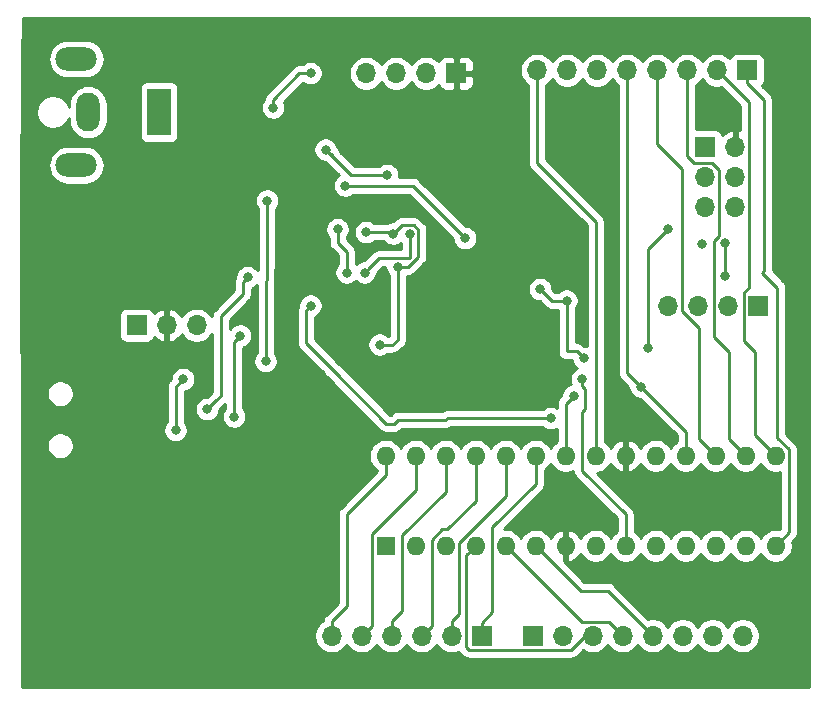
<source format=gbr>
G04 #@! TF.GenerationSoftware,KiCad,Pcbnew,(5.1.5)-3*
G04 #@! TF.CreationDate,2020-06-01T17:25:31+02:00*
G04 #@! TF.ProjectId,aurduino_ng,61757264-7569-46e6-9f5f-6e672e6b6963,rev?*
G04 #@! TF.SameCoordinates,Original*
G04 #@! TF.FileFunction,Copper,L2,Bot*
G04 #@! TF.FilePolarity,Positive*
%FSLAX46Y46*%
G04 Gerber Fmt 4.6, Leading zero omitted, Abs format (unit mm)*
G04 Created by KiCad (PCBNEW (5.1.5)-3) date 2020-06-01 17:25:31*
%MOMM*%
%LPD*%
G04 APERTURE LIST*
%ADD10R,1.700000X1.700000*%
%ADD11O,1.700000X1.700000*%
%ADD12R,2.000000X4.000000*%
%ADD13O,2.000000X3.300000*%
%ADD14O,3.500000X2.000000*%
%ADD15R,1.600000X1.600000*%
%ADD16O,1.600000X1.600000*%
%ADD17C,0.800000*%
%ADD18C,0.250000*%
%ADD19C,0.254000*%
G04 APERTURE END LIST*
D10*
X153670000Y-134620000D03*
D11*
X156210000Y-134620000D03*
X158750000Y-134620000D03*
X161290000Y-134620000D03*
X163830000Y-134620000D03*
X166370000Y-134620000D03*
X168910000Y-134620000D03*
X171450000Y-134620000D03*
D12*
X122047000Y-90297000D03*
D13*
X116047000Y-90297000D03*
D14*
X115047000Y-85797000D03*
X115047000Y-94797000D03*
D10*
X168275000Y-93218000D03*
D11*
X170815000Y-93218000D03*
X168275000Y-95758000D03*
X170815000Y-95758000D03*
X168275000Y-98298000D03*
X170815000Y-98298000D03*
D10*
X149352000Y-134620000D03*
D11*
X146812000Y-134620000D03*
X144272000Y-134620000D03*
X141732000Y-134620000D03*
X139192000Y-134620000D03*
X136652000Y-134620000D03*
X154051000Y-86741000D03*
X156591000Y-86741000D03*
X159131000Y-86741000D03*
X161671000Y-86741000D03*
X164211000Y-86741000D03*
X166751000Y-86741000D03*
X169291000Y-86741000D03*
D10*
X171831000Y-86741000D03*
D15*
X141224000Y-127000000D03*
D16*
X174244000Y-119380000D03*
X143764000Y-127000000D03*
X171704000Y-119380000D03*
X146304000Y-127000000D03*
X169164000Y-119380000D03*
X148844000Y-127000000D03*
X166624000Y-119380000D03*
X151384000Y-127000000D03*
X164084000Y-119380000D03*
X153924000Y-127000000D03*
X161544000Y-119380000D03*
X156464000Y-127000000D03*
X159004000Y-119380000D03*
X159004000Y-127000000D03*
X156464000Y-119380000D03*
X161544000Y-127000000D03*
X153924000Y-119380000D03*
X164084000Y-127000000D03*
X151384000Y-119380000D03*
X166624000Y-127000000D03*
X148844000Y-119380000D03*
X169164000Y-127000000D03*
X146304000Y-119380000D03*
X171704000Y-127000000D03*
X143764000Y-119380000D03*
X174244000Y-127000000D03*
X141224000Y-119380000D03*
D10*
X120142000Y-108331000D03*
D11*
X122682000Y-108331000D03*
X125222000Y-108331000D03*
X165100000Y-106680000D03*
X167640000Y-106680000D03*
X170180000Y-106680000D03*
D10*
X172720000Y-106680000D03*
X147193000Y-86995000D03*
D11*
X144653000Y-86995000D03*
X142113000Y-86995000D03*
X139573000Y-86995000D03*
D17*
X139446000Y-103886000D03*
X143256000Y-100584000D03*
X154305000Y-105283000D03*
X156546652Y-106254652D03*
X142240000Y-103378000D03*
X139573000Y-100457000D03*
X141859000Y-100584000D03*
X157988000Y-111125000D03*
X140716000Y-109982000D03*
X157136000Y-114300000D03*
X131699000Y-89916000D03*
X134874000Y-86995000D03*
X157861000Y-112903000D03*
X132207000Y-122682000D03*
X155702000Y-90297000D03*
X152781000Y-90043000D03*
X169418000Y-89662000D03*
X174625000Y-89662000D03*
X124079000Y-112903000D03*
X123444000Y-117221000D03*
X136144000Y-93472000D03*
X141351000Y-95631000D03*
X163449000Y-110236000D03*
X165100000Y-100203000D03*
X129540000Y-104267000D03*
X126111000Y-115443000D03*
X128905000Y-109220000D03*
X128397000Y-116078000D03*
X168021000Y-101473000D03*
X162814000Y-113538000D03*
X169926000Y-101346000D03*
X169926000Y-104140000D03*
X131191000Y-97790000D03*
X147955000Y-100965000D03*
X137795000Y-96520000D03*
X131064000Y-111379000D03*
X137160000Y-100203000D03*
X137922000Y-103886000D03*
X155194000Y-116205000D03*
X134874000Y-106680000D03*
D18*
X139845999Y-103486001D02*
X139446000Y-103886000D01*
X140679001Y-102652999D02*
X139845999Y-103486001D01*
X143256000Y-100584000D02*
X143256000Y-102616000D01*
X143256000Y-102616000D02*
X140679001Y-102652999D01*
X154305000Y-105283000D02*
X155276652Y-106254652D01*
X155276652Y-106254652D02*
X156546652Y-106254652D01*
X156546652Y-106254652D02*
X156546652Y-110534348D01*
X142240000Y-109257000D02*
X142240000Y-103378000D01*
X158750000Y-127000000D02*
X159004000Y-127000000D01*
X139573000Y-100457000D02*
X141732000Y-100457000D01*
X141732000Y-100457000D02*
X141859000Y-100584000D01*
X142584001Y-99858999D02*
X142258999Y-100184001D01*
X143604001Y-99858999D02*
X142584001Y-99858999D01*
X143981001Y-100235999D02*
X143604001Y-99858999D01*
X143981001Y-102527409D02*
X143981001Y-100235999D01*
X142258999Y-100184001D02*
X141859000Y-100584000D01*
X143130410Y-103378000D02*
X143981001Y-102527409D01*
X142240000Y-103378000D02*
X143130410Y-103378000D01*
X156546652Y-110534348D02*
X157397348Y-110534348D01*
X157397348Y-110534348D02*
X157988000Y-111125000D01*
X142240000Y-109257000D02*
X142240000Y-109601000D01*
X141281685Y-109982000D02*
X141732000Y-109982000D01*
X140716000Y-109982000D02*
X141281685Y-109982000D01*
X142240000Y-109601000D02*
X141732000Y-109982000D01*
X156464000Y-119380000D02*
X156464000Y-114972000D01*
X156464000Y-114972000D02*
X157136000Y-114300000D01*
X131699000Y-89223998D02*
X133927998Y-86995000D01*
X131699000Y-89916000D02*
X131699000Y-89223998D01*
X133927998Y-86995000D02*
X134874000Y-86995000D01*
X157878999Y-118889999D02*
X157878999Y-120667999D01*
X157861000Y-118872000D02*
X157878999Y-118889999D01*
X157878999Y-120667999D02*
X161544000Y-124333000D01*
X157861000Y-113468685D02*
X158115000Y-113722685D01*
X157861000Y-112903000D02*
X157861000Y-113468685D01*
X158115000Y-115443000D02*
X157861000Y-115697000D01*
X161544000Y-124333000D02*
X161544000Y-127000000D01*
X158115000Y-113722685D02*
X158115000Y-115443000D01*
X157861000Y-115697000D02*
X157861000Y-118872000D01*
X124079000Y-112903000D02*
X123444000Y-113538000D01*
X123444000Y-113538000D02*
X123444000Y-117221000D01*
X136543999Y-93871999D02*
X136670999Y-93871999D01*
X136144000Y-93472000D02*
X136543999Y-93871999D01*
X136543999Y-93871999D02*
X138303000Y-95631000D01*
X138303000Y-95631000D02*
X141351000Y-95631000D01*
X163449000Y-110236000D02*
X163449000Y-101854000D01*
X163449000Y-101854000D02*
X165100000Y-100203000D01*
X126111000Y-115443000D02*
X126873000Y-114681000D01*
X129159000Y-104648000D02*
X129540000Y-104267000D01*
X129159000Y-105664000D02*
X127254000Y-107569000D01*
X129159000Y-104648000D02*
X129159000Y-105664000D01*
X127254000Y-114300000D02*
X126873000Y-114681000D01*
X127254000Y-107569000D02*
X127254000Y-114300000D01*
X128905000Y-109220000D02*
X128397000Y-109728000D01*
X128397000Y-109728000D02*
X128397000Y-116078000D01*
X162814000Y-113538000D02*
X166624000Y-117348000D01*
X166624000Y-117348000D02*
X166624000Y-119380000D01*
X161671000Y-112395000D02*
X162814000Y-113538000D01*
X161671000Y-86741000D02*
X161671000Y-112395000D01*
X169926000Y-101346000D02*
X169926000Y-104140000D01*
X147955000Y-100965000D02*
X143510000Y-96520000D01*
X143510000Y-96520000D02*
X137795000Y-96520000D01*
X131064000Y-111379000D02*
X131191000Y-97790000D01*
X150258999Y-132613001D02*
X150258999Y-125458001D01*
X149352000Y-134620000D02*
X149352000Y-133520000D01*
X149352000Y-133520000D02*
X150258999Y-132613001D01*
X153924000Y-121793000D02*
X153924000Y-119380000D01*
X150258999Y-125458001D02*
X153924000Y-121793000D01*
X147429001Y-132800918D02*
X147429001Y-126763999D01*
X146812000Y-134620000D02*
X146812000Y-133417919D01*
X146812000Y-133417919D02*
X147429001Y-132800918D01*
X151384000Y-122809000D02*
X151384000Y-119380000D01*
X147429001Y-126763999D02*
X151384000Y-122809000D01*
X145121999Y-126516999D02*
X146035998Y-125603000D01*
X144272000Y-134620000D02*
X145121999Y-133770001D01*
X145121999Y-133770001D02*
X145121999Y-126516999D01*
X146035998Y-125603000D02*
X146431000Y-125603000D01*
X148844000Y-123190000D02*
X148844000Y-119380000D01*
X146431000Y-125603000D02*
X148844000Y-123190000D01*
X142638999Y-132510920D02*
X142638999Y-126093001D01*
X141732000Y-134620000D02*
X141732000Y-133417919D01*
X141732000Y-133417919D02*
X142638999Y-132510920D01*
X146304000Y-122428000D02*
X146304000Y-119380000D01*
X142638999Y-126093001D02*
X146304000Y-122428000D01*
X143764000Y-122301000D02*
X143764000Y-119380000D01*
X140041999Y-133770001D02*
X140041999Y-125996999D01*
X140041999Y-125996999D02*
X140816998Y-125222000D01*
X139192000Y-134620000D02*
X140041999Y-133770001D01*
X140816998Y-125222000D02*
X140843000Y-125222000D01*
X140843000Y-125222000D02*
X143764000Y-122301000D01*
X136652000Y-133417919D02*
X137922000Y-132147919D01*
X136652000Y-134620000D02*
X136652000Y-133417919D01*
X137922000Y-132147919D02*
X137922000Y-124333000D01*
X141224000Y-121031000D02*
X141224000Y-119380000D01*
X137922000Y-124333000D02*
X141224000Y-121031000D01*
X148044001Y-135597003D02*
X148044001Y-127799999D01*
X148241999Y-135795001D02*
X148044001Y-135597003D01*
X148044001Y-127799999D02*
X148844000Y-127000000D01*
X156939999Y-135795001D02*
X148241999Y-135795001D01*
X158115000Y-134620000D02*
X156939999Y-135795001D01*
X158750000Y-134620000D02*
X158115000Y-134620000D01*
X157828999Y-133444999D02*
X151384000Y-127000000D01*
X161290000Y-134620000D02*
X160114999Y-133444999D01*
X160114999Y-133444999D02*
X157828999Y-133444999D01*
X154723999Y-127799999D02*
X153924000Y-127000000D01*
X163830000Y-134620000D02*
X160020000Y-130810000D01*
X157734000Y-130810000D02*
X153924000Y-127000000D01*
X160020000Y-130810000D02*
X157734000Y-130810000D01*
X159004000Y-119380000D02*
X159004000Y-99568000D01*
X154051000Y-94615000D02*
X154051000Y-86741000D01*
X159004000Y-99568000D02*
X154051000Y-94615000D01*
X169164000Y-119380000D02*
X167767000Y-117983000D01*
X166333001Y-107112003D02*
X166333001Y-95086001D01*
X167767000Y-117983000D02*
X167767000Y-108546002D01*
X167767000Y-108546002D02*
X166333001Y-107112003D01*
X164211000Y-92964000D02*
X164211000Y-86741000D01*
X166333001Y-95086001D02*
X164211000Y-92964000D01*
X169004999Y-101193999D02*
X169004999Y-109314999D01*
X169450001Y-100748997D02*
X169004999Y-101193999D01*
X166751000Y-86741000D02*
X166751000Y-93979002D01*
X167354997Y-94582999D02*
X168839001Y-94582999D01*
X169450001Y-95193999D02*
X169450001Y-100748997D01*
X166751000Y-93979002D02*
X167354997Y-94582999D01*
X168839001Y-94582999D02*
X169450001Y-95193999D01*
X169004999Y-109314999D02*
X170307000Y-110617000D01*
X170307000Y-117983000D02*
X171704000Y-119380000D01*
X170307000Y-110617000D02*
X170307000Y-117983000D01*
X171544999Y-105569999D02*
X171544999Y-109695999D01*
X171990001Y-105124997D02*
X171544999Y-105569999D01*
X169291000Y-86741000D02*
X171990001Y-89440001D01*
X171990001Y-89440001D02*
X171990001Y-105124997D01*
X171544999Y-109695999D02*
X172466000Y-110617000D01*
X172466000Y-117602000D02*
X174244000Y-119380000D01*
X172466000Y-110617000D02*
X172466000Y-117602000D01*
X175369001Y-118839999D02*
X174385002Y-117856000D01*
X174244000Y-127000000D02*
X175369001Y-125874999D01*
X175369001Y-125874999D02*
X175369001Y-118839999D01*
X174385002Y-117856000D02*
X174385002Y-105170002D01*
X171831000Y-87841000D02*
X173228000Y-89238000D01*
X171831000Y-86741000D02*
X171831000Y-87841000D01*
X173228000Y-103759000D02*
X173101000Y-103886000D01*
X173228000Y-89238000D02*
X173228000Y-103759000D01*
X174385002Y-105170002D02*
X173101000Y-103886000D01*
X137922000Y-103886000D02*
X137922000Y-102108000D01*
X137160000Y-101346000D02*
X137160000Y-100203000D01*
X137922000Y-102108000D02*
X137160000Y-101346000D01*
X142297002Y-116332000D02*
X141953001Y-116676001D01*
X146304000Y-116332000D02*
X142297002Y-116332000D01*
X141953001Y-116676001D02*
X141256999Y-116676001D01*
X146431000Y-116205000D02*
X155194000Y-116205000D01*
X146304000Y-116332000D02*
X146431000Y-116205000D01*
X134874000Y-106680000D02*
X134474001Y-107079999D01*
X134474001Y-109836001D02*
X136779000Y-112141000D01*
X134474001Y-107079999D02*
X134474001Y-109836001D01*
X141256999Y-116676001D02*
X136779000Y-112141000D01*
X136779000Y-112141000D02*
X136663761Y-112082763D01*
D19*
G36*
X177101358Y-138938000D02*
G01*
X110426358Y-138938000D01*
X110403459Y-118420212D01*
X112530000Y-118420212D01*
X112530000Y-118643788D01*
X112573617Y-118863067D01*
X112659176Y-119069624D01*
X112783388Y-119255520D01*
X112941480Y-119413612D01*
X113127376Y-119537824D01*
X113333933Y-119623383D01*
X113553212Y-119667000D01*
X113776788Y-119667000D01*
X113996067Y-119623383D01*
X114202624Y-119537824D01*
X114388520Y-119413612D01*
X114546612Y-119255520D01*
X114670824Y-119069624D01*
X114756383Y-118863067D01*
X114800000Y-118643788D01*
X114800000Y-118420212D01*
X114756383Y-118200933D01*
X114670824Y-117994376D01*
X114546612Y-117808480D01*
X114388520Y-117650388D01*
X114202624Y-117526176D01*
X113996067Y-117440617D01*
X113776788Y-117397000D01*
X113553212Y-117397000D01*
X113333933Y-117440617D01*
X113127376Y-117526176D01*
X112941480Y-117650388D01*
X112783388Y-117808480D01*
X112659176Y-117994376D01*
X112573617Y-118200933D01*
X112530000Y-118420212D01*
X110403459Y-118420212D01*
X110402008Y-117119061D01*
X122409000Y-117119061D01*
X122409000Y-117322939D01*
X122448774Y-117522898D01*
X122526795Y-117711256D01*
X122640063Y-117880774D01*
X122784226Y-118024937D01*
X122953744Y-118138205D01*
X123142102Y-118216226D01*
X123342061Y-118256000D01*
X123545939Y-118256000D01*
X123745898Y-118216226D01*
X123934256Y-118138205D01*
X124103774Y-118024937D01*
X124247937Y-117880774D01*
X124361205Y-117711256D01*
X124439226Y-117522898D01*
X124479000Y-117322939D01*
X124479000Y-117119061D01*
X124439226Y-116919102D01*
X124361205Y-116730744D01*
X124247937Y-116561226D01*
X124204000Y-116517289D01*
X124204000Y-113933413D01*
X124380898Y-113898226D01*
X124569256Y-113820205D01*
X124738774Y-113706937D01*
X124882937Y-113562774D01*
X124996205Y-113393256D01*
X125074226Y-113204898D01*
X125114000Y-113004939D01*
X125114000Y-112801061D01*
X125074226Y-112601102D01*
X124996205Y-112412744D01*
X124882937Y-112243226D01*
X124738774Y-112099063D01*
X124569256Y-111985795D01*
X124380898Y-111907774D01*
X124180939Y-111868000D01*
X123977061Y-111868000D01*
X123777102Y-111907774D01*
X123588744Y-111985795D01*
X123419226Y-112099063D01*
X123275063Y-112243226D01*
X123161795Y-112412744D01*
X123083774Y-112601102D01*
X123044000Y-112801061D01*
X123044000Y-112863199D01*
X122933002Y-112974197D01*
X122903999Y-112997999D01*
X122848871Y-113065174D01*
X122809026Y-113113724D01*
X122743613Y-113236102D01*
X122738454Y-113245754D01*
X122694997Y-113389015D01*
X122684000Y-113500668D01*
X122684000Y-113500678D01*
X122680324Y-113538000D01*
X122684000Y-113575323D01*
X122684001Y-116517288D01*
X122640063Y-116561226D01*
X122526795Y-116730744D01*
X122448774Y-116919102D01*
X122409000Y-117119061D01*
X110402008Y-117119061D01*
X110398549Y-114020212D01*
X112530000Y-114020212D01*
X112530000Y-114243788D01*
X112573617Y-114463067D01*
X112659176Y-114669624D01*
X112783388Y-114855520D01*
X112941480Y-115013612D01*
X113127376Y-115137824D01*
X113333933Y-115223383D01*
X113553212Y-115267000D01*
X113776788Y-115267000D01*
X113996067Y-115223383D01*
X114202624Y-115137824D01*
X114388520Y-115013612D01*
X114546612Y-114855520D01*
X114670824Y-114669624D01*
X114756383Y-114463067D01*
X114800000Y-114243788D01*
X114800000Y-114020212D01*
X114756383Y-113800933D01*
X114670824Y-113594376D01*
X114546612Y-113408480D01*
X114388520Y-113250388D01*
X114202624Y-113126176D01*
X113996067Y-113040617D01*
X113776788Y-112997000D01*
X113553212Y-112997000D01*
X113333933Y-113040617D01*
X113127376Y-113126176D01*
X112941480Y-113250388D01*
X112783388Y-113408480D01*
X112659176Y-113594376D01*
X112573617Y-113800933D01*
X112530000Y-114020212D01*
X110398549Y-114020212D01*
X110391251Y-107481000D01*
X118653928Y-107481000D01*
X118653928Y-109181000D01*
X118666188Y-109305482D01*
X118702498Y-109425180D01*
X118761463Y-109535494D01*
X118840815Y-109632185D01*
X118937506Y-109711537D01*
X119047820Y-109770502D01*
X119167518Y-109806812D01*
X119292000Y-109819072D01*
X120992000Y-109819072D01*
X121116482Y-109806812D01*
X121236180Y-109770502D01*
X121346494Y-109711537D01*
X121443185Y-109632185D01*
X121522537Y-109535494D01*
X121581502Y-109425180D01*
X121605966Y-109344534D01*
X121681731Y-109428588D01*
X121915080Y-109602641D01*
X122177901Y-109727825D01*
X122325110Y-109772476D01*
X122555000Y-109651155D01*
X122555000Y-108458000D01*
X122535000Y-108458000D01*
X122535000Y-108204000D01*
X122555000Y-108204000D01*
X122555000Y-107010845D01*
X122809000Y-107010845D01*
X122809000Y-108204000D01*
X122829000Y-108204000D01*
X122829000Y-108458000D01*
X122809000Y-108458000D01*
X122809000Y-109651155D01*
X123038890Y-109772476D01*
X123186099Y-109727825D01*
X123448920Y-109602641D01*
X123682269Y-109428588D01*
X123877178Y-109212355D01*
X123946805Y-109095466D01*
X124068525Y-109277632D01*
X124275368Y-109484475D01*
X124518589Y-109646990D01*
X124788842Y-109758932D01*
X125075740Y-109816000D01*
X125368260Y-109816000D01*
X125655158Y-109758932D01*
X125925411Y-109646990D01*
X126168632Y-109484475D01*
X126375475Y-109277632D01*
X126494000Y-109100246D01*
X126494001Y-113985198D01*
X126362003Y-114117196D01*
X126361997Y-114117201D01*
X126071198Y-114408000D01*
X126009061Y-114408000D01*
X125809102Y-114447774D01*
X125620744Y-114525795D01*
X125451226Y-114639063D01*
X125307063Y-114783226D01*
X125193795Y-114952744D01*
X125115774Y-115141102D01*
X125076000Y-115341061D01*
X125076000Y-115544939D01*
X125115774Y-115744898D01*
X125193795Y-115933256D01*
X125307063Y-116102774D01*
X125451226Y-116246937D01*
X125620744Y-116360205D01*
X125809102Y-116438226D01*
X126009061Y-116478000D01*
X126212939Y-116478000D01*
X126412898Y-116438226D01*
X126601256Y-116360205D01*
X126770774Y-116246937D01*
X126914937Y-116102774D01*
X127028205Y-115933256D01*
X127106226Y-115744898D01*
X127146000Y-115544939D01*
X127146000Y-115482802D01*
X127436799Y-115192003D01*
X127436804Y-115191997D01*
X127637001Y-114991800D01*
X127637001Y-115374288D01*
X127593063Y-115418226D01*
X127479795Y-115587744D01*
X127401774Y-115776102D01*
X127362000Y-115976061D01*
X127362000Y-116179939D01*
X127401774Y-116379898D01*
X127479795Y-116568256D01*
X127593063Y-116737774D01*
X127737226Y-116881937D01*
X127906744Y-116995205D01*
X128095102Y-117073226D01*
X128295061Y-117113000D01*
X128498939Y-117113000D01*
X128698898Y-117073226D01*
X128887256Y-116995205D01*
X129056774Y-116881937D01*
X129200937Y-116737774D01*
X129314205Y-116568256D01*
X129392226Y-116379898D01*
X129432000Y-116179939D01*
X129432000Y-115976061D01*
X129392226Y-115776102D01*
X129314205Y-115587744D01*
X129200937Y-115418226D01*
X129157000Y-115374289D01*
X129157000Y-110225151D01*
X129206898Y-110215226D01*
X129395256Y-110137205D01*
X129564774Y-110023937D01*
X129708937Y-109879774D01*
X129822205Y-109710256D01*
X129900226Y-109521898D01*
X129940000Y-109321939D01*
X129940000Y-109118061D01*
X129900226Y-108918102D01*
X129822205Y-108729744D01*
X129708937Y-108560226D01*
X129564774Y-108416063D01*
X129395256Y-108302795D01*
X129206898Y-108224774D01*
X129006939Y-108185000D01*
X128803061Y-108185000D01*
X128603102Y-108224774D01*
X128414744Y-108302795D01*
X128245226Y-108416063D01*
X128101063Y-108560226D01*
X128014000Y-108690525D01*
X128014000Y-107883801D01*
X129670003Y-106227799D01*
X129699001Y-106204001D01*
X129793974Y-106088276D01*
X129864546Y-105956247D01*
X129908003Y-105812986D01*
X129919000Y-105701333D01*
X129919000Y-105701323D01*
X129922676Y-105664000D01*
X129919000Y-105626677D01*
X129919000Y-105230289D01*
X130030256Y-105184205D01*
X130199774Y-105070937D01*
X130343937Y-104926774D01*
X130364557Y-104895914D01*
X130310606Y-110668683D01*
X130260063Y-110719226D01*
X130146795Y-110888744D01*
X130068774Y-111077102D01*
X130029000Y-111277061D01*
X130029000Y-111480939D01*
X130068774Y-111680898D01*
X130146795Y-111869256D01*
X130260063Y-112038774D01*
X130404226Y-112182937D01*
X130573744Y-112296205D01*
X130762102Y-112374226D01*
X130962061Y-112414000D01*
X131165939Y-112414000D01*
X131365898Y-112374226D01*
X131554256Y-112296205D01*
X131723774Y-112182937D01*
X131867937Y-112038774D01*
X131981205Y-111869256D01*
X132059226Y-111680898D01*
X132099000Y-111480939D01*
X132099000Y-111277061D01*
X132059226Y-111077102D01*
X131981205Y-110888744D01*
X131867937Y-110719226D01*
X131830548Y-110681837D01*
X131864210Y-107079999D01*
X133710325Y-107079999D01*
X133714001Y-107117322D01*
X133714002Y-109798669D01*
X133710325Y-109836001D01*
X133714002Y-109873334D01*
X133724999Y-109984987D01*
X133731374Y-110006003D01*
X133768455Y-110128247D01*
X133839027Y-110260277D01*
X133910202Y-110347003D01*
X133934001Y-110376002D01*
X133962999Y-110399800D01*
X135980827Y-112417629D01*
X135998697Y-112458117D01*
X136084703Y-112580653D01*
X136192964Y-112684054D01*
X136287655Y-112744229D01*
X136325427Y-112763317D01*
X140691675Y-117185146D01*
X140716998Y-117216002D01*
X140772956Y-117261926D01*
X140828715Y-117308279D01*
X140830849Y-117309437D01*
X140832723Y-117310975D01*
X140896642Y-117345141D01*
X140960296Y-117379684D01*
X140962609Y-117380402D01*
X140964752Y-117381547D01*
X141034193Y-117402611D01*
X141103279Y-117424046D01*
X141105688Y-117424299D01*
X141108013Y-117425004D01*
X141180231Y-117432117D01*
X141252169Y-117439662D01*
X141291916Y-117436001D01*
X141915679Y-117436001D01*
X141953001Y-117439677D01*
X141990323Y-117436001D01*
X141990334Y-117436001D01*
X142101987Y-117425004D01*
X142245248Y-117381547D01*
X142377277Y-117310975D01*
X142493002Y-117216002D01*
X142516805Y-117186998D01*
X142611803Y-117092000D01*
X146266678Y-117092000D01*
X146304000Y-117095676D01*
X146341322Y-117092000D01*
X146341333Y-117092000D01*
X146452986Y-117081003D01*
X146596247Y-117037546D01*
X146728276Y-116966974D01*
X146730681Y-116965000D01*
X154490289Y-116965000D01*
X154534226Y-117008937D01*
X154703744Y-117122205D01*
X154892102Y-117200226D01*
X155092061Y-117240000D01*
X155295939Y-117240000D01*
X155495898Y-117200226D01*
X155684256Y-117122205D01*
X155704001Y-117109012D01*
X155704000Y-118161956D01*
X155549241Y-118265363D01*
X155349363Y-118465241D01*
X155194000Y-118697759D01*
X155038637Y-118465241D01*
X154838759Y-118265363D01*
X154603727Y-118108320D01*
X154342574Y-118000147D01*
X154065335Y-117945000D01*
X153782665Y-117945000D01*
X153505426Y-118000147D01*
X153244273Y-118108320D01*
X153009241Y-118265363D01*
X152809363Y-118465241D01*
X152654000Y-118697759D01*
X152498637Y-118465241D01*
X152298759Y-118265363D01*
X152063727Y-118108320D01*
X151802574Y-118000147D01*
X151525335Y-117945000D01*
X151242665Y-117945000D01*
X150965426Y-118000147D01*
X150704273Y-118108320D01*
X150469241Y-118265363D01*
X150269363Y-118465241D01*
X150114000Y-118697759D01*
X149958637Y-118465241D01*
X149758759Y-118265363D01*
X149523727Y-118108320D01*
X149262574Y-118000147D01*
X148985335Y-117945000D01*
X148702665Y-117945000D01*
X148425426Y-118000147D01*
X148164273Y-118108320D01*
X147929241Y-118265363D01*
X147729363Y-118465241D01*
X147574000Y-118697759D01*
X147418637Y-118465241D01*
X147218759Y-118265363D01*
X146983727Y-118108320D01*
X146722574Y-118000147D01*
X146445335Y-117945000D01*
X146162665Y-117945000D01*
X145885426Y-118000147D01*
X145624273Y-118108320D01*
X145389241Y-118265363D01*
X145189363Y-118465241D01*
X145034000Y-118697759D01*
X144878637Y-118465241D01*
X144678759Y-118265363D01*
X144443727Y-118108320D01*
X144182574Y-118000147D01*
X143905335Y-117945000D01*
X143622665Y-117945000D01*
X143345426Y-118000147D01*
X143084273Y-118108320D01*
X142849241Y-118265363D01*
X142649363Y-118465241D01*
X142494000Y-118697759D01*
X142338637Y-118465241D01*
X142138759Y-118265363D01*
X141903727Y-118108320D01*
X141642574Y-118000147D01*
X141365335Y-117945000D01*
X141082665Y-117945000D01*
X140805426Y-118000147D01*
X140544273Y-118108320D01*
X140309241Y-118265363D01*
X140109363Y-118465241D01*
X139952320Y-118700273D01*
X139844147Y-118961426D01*
X139789000Y-119238665D01*
X139789000Y-119521335D01*
X139844147Y-119798574D01*
X139952320Y-120059727D01*
X140109363Y-120294759D01*
X140309241Y-120494637D01*
X140464000Y-120598044D01*
X140464000Y-120716198D01*
X137410998Y-123769201D01*
X137382000Y-123792999D01*
X137358202Y-123821997D01*
X137358201Y-123821998D01*
X137287026Y-123908724D01*
X137216454Y-124040754D01*
X137186180Y-124140558D01*
X137172999Y-124184013D01*
X137172998Y-124184015D01*
X137158324Y-124333000D01*
X137162001Y-124370332D01*
X137162000Y-131833117D01*
X136140998Y-132854120D01*
X136112000Y-132877918D01*
X136088202Y-132906916D01*
X136088201Y-132906917D01*
X136017026Y-132993643D01*
X135946454Y-133125673D01*
X135929824Y-133180498D01*
X135909356Y-133247975D01*
X135902998Y-133268934D01*
X135896088Y-133339090D01*
X135705368Y-133466525D01*
X135498525Y-133673368D01*
X135336010Y-133916589D01*
X135224068Y-134186842D01*
X135167000Y-134473740D01*
X135167000Y-134766260D01*
X135224068Y-135053158D01*
X135336010Y-135323411D01*
X135498525Y-135566632D01*
X135705368Y-135773475D01*
X135948589Y-135935990D01*
X136218842Y-136047932D01*
X136505740Y-136105000D01*
X136798260Y-136105000D01*
X137085158Y-136047932D01*
X137355411Y-135935990D01*
X137598632Y-135773475D01*
X137805475Y-135566632D01*
X137922000Y-135392240D01*
X138038525Y-135566632D01*
X138245368Y-135773475D01*
X138488589Y-135935990D01*
X138758842Y-136047932D01*
X139045740Y-136105000D01*
X139338260Y-136105000D01*
X139625158Y-136047932D01*
X139895411Y-135935990D01*
X140138632Y-135773475D01*
X140345475Y-135566632D01*
X140462000Y-135392240D01*
X140578525Y-135566632D01*
X140785368Y-135773475D01*
X141028589Y-135935990D01*
X141298842Y-136047932D01*
X141585740Y-136105000D01*
X141878260Y-136105000D01*
X142165158Y-136047932D01*
X142435411Y-135935990D01*
X142678632Y-135773475D01*
X142885475Y-135566632D01*
X143002000Y-135392240D01*
X143118525Y-135566632D01*
X143325368Y-135773475D01*
X143568589Y-135935990D01*
X143838842Y-136047932D01*
X144125740Y-136105000D01*
X144418260Y-136105000D01*
X144705158Y-136047932D01*
X144975411Y-135935990D01*
X145218632Y-135773475D01*
X145425475Y-135566632D01*
X145542000Y-135392240D01*
X145658525Y-135566632D01*
X145865368Y-135773475D01*
X146108589Y-135935990D01*
X146378842Y-136047932D01*
X146665740Y-136105000D01*
X146958260Y-136105000D01*
X147245158Y-136047932D01*
X147390987Y-135987528D01*
X147409027Y-136021279D01*
X147430901Y-136047932D01*
X147504000Y-136137004D01*
X147533003Y-136160806D01*
X147678199Y-136306003D01*
X147701998Y-136335002D01*
X147817723Y-136429975D01*
X147949752Y-136500547D01*
X148093013Y-136544004D01*
X148204666Y-136555001D01*
X148204675Y-136555001D01*
X148241998Y-136558677D01*
X148279321Y-136555001D01*
X156902677Y-136555001D01*
X156939999Y-136558677D01*
X156977321Y-136555001D01*
X156977332Y-136555001D01*
X157088985Y-136544004D01*
X157232246Y-136500547D01*
X157364275Y-136429975D01*
X157480000Y-136335002D01*
X157503803Y-136305998D01*
X157943016Y-135866785D01*
X158046589Y-135935990D01*
X158316842Y-136047932D01*
X158603740Y-136105000D01*
X158896260Y-136105000D01*
X159183158Y-136047932D01*
X159453411Y-135935990D01*
X159696632Y-135773475D01*
X159903475Y-135566632D01*
X160020000Y-135392240D01*
X160136525Y-135566632D01*
X160343368Y-135773475D01*
X160586589Y-135935990D01*
X160856842Y-136047932D01*
X161143740Y-136105000D01*
X161436260Y-136105000D01*
X161723158Y-136047932D01*
X161993411Y-135935990D01*
X162236632Y-135773475D01*
X162443475Y-135566632D01*
X162560000Y-135392240D01*
X162676525Y-135566632D01*
X162883368Y-135773475D01*
X163126589Y-135935990D01*
X163396842Y-136047932D01*
X163683740Y-136105000D01*
X163976260Y-136105000D01*
X164263158Y-136047932D01*
X164533411Y-135935990D01*
X164776632Y-135773475D01*
X164983475Y-135566632D01*
X165100000Y-135392240D01*
X165216525Y-135566632D01*
X165423368Y-135773475D01*
X165666589Y-135935990D01*
X165936842Y-136047932D01*
X166223740Y-136105000D01*
X166516260Y-136105000D01*
X166803158Y-136047932D01*
X167073411Y-135935990D01*
X167316632Y-135773475D01*
X167523475Y-135566632D01*
X167640000Y-135392240D01*
X167756525Y-135566632D01*
X167963368Y-135773475D01*
X168206589Y-135935990D01*
X168476842Y-136047932D01*
X168763740Y-136105000D01*
X169056260Y-136105000D01*
X169343158Y-136047932D01*
X169613411Y-135935990D01*
X169856632Y-135773475D01*
X170063475Y-135566632D01*
X170180000Y-135392240D01*
X170296525Y-135566632D01*
X170503368Y-135773475D01*
X170746589Y-135935990D01*
X171016842Y-136047932D01*
X171303740Y-136105000D01*
X171596260Y-136105000D01*
X171883158Y-136047932D01*
X172153411Y-135935990D01*
X172396632Y-135773475D01*
X172603475Y-135566632D01*
X172765990Y-135323411D01*
X172877932Y-135053158D01*
X172935000Y-134766260D01*
X172935000Y-134473740D01*
X172877932Y-134186842D01*
X172765990Y-133916589D01*
X172603475Y-133673368D01*
X172396632Y-133466525D01*
X172153411Y-133304010D01*
X171883158Y-133192068D01*
X171596260Y-133135000D01*
X171303740Y-133135000D01*
X171016842Y-133192068D01*
X170746589Y-133304010D01*
X170503368Y-133466525D01*
X170296525Y-133673368D01*
X170180000Y-133847760D01*
X170063475Y-133673368D01*
X169856632Y-133466525D01*
X169613411Y-133304010D01*
X169343158Y-133192068D01*
X169056260Y-133135000D01*
X168763740Y-133135000D01*
X168476842Y-133192068D01*
X168206589Y-133304010D01*
X167963368Y-133466525D01*
X167756525Y-133673368D01*
X167640000Y-133847760D01*
X167523475Y-133673368D01*
X167316632Y-133466525D01*
X167073411Y-133304010D01*
X166803158Y-133192068D01*
X166516260Y-133135000D01*
X166223740Y-133135000D01*
X165936842Y-133192068D01*
X165666589Y-133304010D01*
X165423368Y-133466525D01*
X165216525Y-133673368D01*
X165100000Y-133847760D01*
X164983475Y-133673368D01*
X164776632Y-133466525D01*
X164533411Y-133304010D01*
X164263158Y-133192068D01*
X163976260Y-133135000D01*
X163683740Y-133135000D01*
X163463592Y-133178790D01*
X160583804Y-130299003D01*
X160560001Y-130269999D01*
X160444276Y-130175026D01*
X160312247Y-130104454D01*
X160168986Y-130060997D01*
X160057333Y-130050000D01*
X160057322Y-130050000D01*
X160020000Y-130046324D01*
X159982678Y-130050000D01*
X158048802Y-130050000D01*
X156292929Y-128294128D01*
X156337000Y-128269915D01*
X156337000Y-127127000D01*
X156317000Y-127127000D01*
X156317000Y-126873000D01*
X156337000Y-126873000D01*
X156337000Y-125730085D01*
X156114961Y-125608096D01*
X155980913Y-125648754D01*
X155726580Y-125768963D01*
X155500586Y-125936481D01*
X155311615Y-126144869D01*
X155200067Y-126330865D01*
X155195680Y-126320273D01*
X155038637Y-126085241D01*
X154838759Y-125885363D01*
X154603727Y-125728320D01*
X154342574Y-125620147D01*
X154065335Y-125565000D01*
X153782665Y-125565000D01*
X153505426Y-125620147D01*
X153244273Y-125728320D01*
X153009241Y-125885363D01*
X152809363Y-126085241D01*
X152654000Y-126317759D01*
X152498637Y-126085241D01*
X152298759Y-125885363D01*
X152063727Y-125728320D01*
X151802574Y-125620147D01*
X151525335Y-125565000D01*
X151242665Y-125565000D01*
X151222862Y-125568939D01*
X154435004Y-122356798D01*
X154464001Y-122333001D01*
X154536057Y-122245201D01*
X154558974Y-122217277D01*
X154629546Y-122085247D01*
X154654275Y-122003724D01*
X154673003Y-121941986D01*
X154684000Y-121830333D01*
X154684000Y-121830324D01*
X154687676Y-121793001D01*
X154684000Y-121755678D01*
X154684000Y-120598043D01*
X154838759Y-120494637D01*
X155038637Y-120294759D01*
X155194000Y-120062241D01*
X155349363Y-120294759D01*
X155549241Y-120494637D01*
X155784273Y-120651680D01*
X156045426Y-120759853D01*
X156322665Y-120815000D01*
X156605335Y-120815000D01*
X156882574Y-120759853D01*
X157115791Y-120663252D01*
X157115323Y-120667999D01*
X157119000Y-120705332D01*
X157129802Y-120815000D01*
X157129997Y-120816984D01*
X157173453Y-120960245D01*
X157244025Y-121092275D01*
X157297986Y-121158026D01*
X157338999Y-121208000D01*
X157367997Y-121231798D01*
X160784000Y-124647802D01*
X160784001Y-125781956D01*
X160629241Y-125885363D01*
X160429363Y-126085241D01*
X160274000Y-126317759D01*
X160118637Y-126085241D01*
X159918759Y-125885363D01*
X159683727Y-125728320D01*
X159422574Y-125620147D01*
X159145335Y-125565000D01*
X158862665Y-125565000D01*
X158585426Y-125620147D01*
X158324273Y-125728320D01*
X158089241Y-125885363D01*
X157889363Y-126085241D01*
X157732320Y-126320273D01*
X157727933Y-126330865D01*
X157616385Y-126144869D01*
X157427414Y-125936481D01*
X157201420Y-125768963D01*
X156947087Y-125648754D01*
X156813039Y-125608096D01*
X156591000Y-125730085D01*
X156591000Y-126873000D01*
X156611000Y-126873000D01*
X156611000Y-127127000D01*
X156591000Y-127127000D01*
X156591000Y-128269915D01*
X156813039Y-128391904D01*
X156947087Y-128351246D01*
X157201420Y-128231037D01*
X157427414Y-128063519D01*
X157616385Y-127855131D01*
X157727933Y-127669135D01*
X157732320Y-127679727D01*
X157889363Y-127914759D01*
X158089241Y-128114637D01*
X158324273Y-128271680D01*
X158585426Y-128379853D01*
X158862665Y-128435000D01*
X159145335Y-128435000D01*
X159422574Y-128379853D01*
X159683727Y-128271680D01*
X159918759Y-128114637D01*
X160118637Y-127914759D01*
X160274000Y-127682241D01*
X160429363Y-127914759D01*
X160629241Y-128114637D01*
X160864273Y-128271680D01*
X161125426Y-128379853D01*
X161402665Y-128435000D01*
X161685335Y-128435000D01*
X161962574Y-128379853D01*
X162223727Y-128271680D01*
X162458759Y-128114637D01*
X162658637Y-127914759D01*
X162814000Y-127682241D01*
X162969363Y-127914759D01*
X163169241Y-128114637D01*
X163404273Y-128271680D01*
X163665426Y-128379853D01*
X163942665Y-128435000D01*
X164225335Y-128435000D01*
X164502574Y-128379853D01*
X164763727Y-128271680D01*
X164998759Y-128114637D01*
X165198637Y-127914759D01*
X165354000Y-127682241D01*
X165509363Y-127914759D01*
X165709241Y-128114637D01*
X165944273Y-128271680D01*
X166205426Y-128379853D01*
X166482665Y-128435000D01*
X166765335Y-128435000D01*
X167042574Y-128379853D01*
X167303727Y-128271680D01*
X167538759Y-128114637D01*
X167738637Y-127914759D01*
X167894000Y-127682241D01*
X168049363Y-127914759D01*
X168249241Y-128114637D01*
X168484273Y-128271680D01*
X168745426Y-128379853D01*
X169022665Y-128435000D01*
X169305335Y-128435000D01*
X169582574Y-128379853D01*
X169843727Y-128271680D01*
X170078759Y-128114637D01*
X170278637Y-127914759D01*
X170434000Y-127682241D01*
X170589363Y-127914759D01*
X170789241Y-128114637D01*
X171024273Y-128271680D01*
X171285426Y-128379853D01*
X171562665Y-128435000D01*
X171845335Y-128435000D01*
X172122574Y-128379853D01*
X172383727Y-128271680D01*
X172618759Y-128114637D01*
X172818637Y-127914759D01*
X172974000Y-127682241D01*
X173129363Y-127914759D01*
X173329241Y-128114637D01*
X173564273Y-128271680D01*
X173825426Y-128379853D01*
X174102665Y-128435000D01*
X174385335Y-128435000D01*
X174662574Y-128379853D01*
X174923727Y-128271680D01*
X175158759Y-128114637D01*
X175358637Y-127914759D01*
X175515680Y-127679727D01*
X175623853Y-127418574D01*
X175679000Y-127141335D01*
X175679000Y-126858665D01*
X175642688Y-126676114D01*
X175880005Y-126438797D01*
X175909002Y-126415000D01*
X176003975Y-126299275D01*
X176074547Y-126167246D01*
X176118004Y-126023985D01*
X176129001Y-125912332D01*
X176129001Y-125912324D01*
X176132677Y-125874999D01*
X176129001Y-125837674D01*
X176129001Y-118877324D01*
X176132677Y-118839999D01*
X176129001Y-118802674D01*
X176129001Y-118802666D01*
X176118004Y-118691013D01*
X176074547Y-118547752D01*
X176003975Y-118415723D01*
X175909002Y-118299998D01*
X175880004Y-118276200D01*
X175145002Y-117541199D01*
X175145002Y-105207324D01*
X175148678Y-105170001D01*
X175145002Y-105132678D01*
X175145002Y-105132669D01*
X175134005Y-105021016D01*
X175090548Y-104877755D01*
X175045108Y-104792744D01*
X175019976Y-104745725D01*
X174948801Y-104658999D01*
X174925003Y-104630001D01*
X174896005Y-104606203D01*
X173988000Y-103698199D01*
X173988000Y-89275322D01*
X173991676Y-89237999D01*
X173988000Y-89200676D01*
X173988000Y-89200667D01*
X173977003Y-89089014D01*
X173933546Y-88945753D01*
X173862974Y-88813724D01*
X173768001Y-88697999D01*
X173739004Y-88674202D01*
X173118345Y-88053543D01*
X173132185Y-88042185D01*
X173211537Y-87945494D01*
X173270502Y-87835180D01*
X173306812Y-87715482D01*
X173319072Y-87591000D01*
X173319072Y-85891000D01*
X173306812Y-85766518D01*
X173270502Y-85646820D01*
X173211537Y-85536506D01*
X173132185Y-85439815D01*
X173035494Y-85360463D01*
X172925180Y-85301498D01*
X172805482Y-85265188D01*
X172681000Y-85252928D01*
X170981000Y-85252928D01*
X170856518Y-85265188D01*
X170736820Y-85301498D01*
X170626506Y-85360463D01*
X170529815Y-85439815D01*
X170450463Y-85536506D01*
X170391498Y-85646820D01*
X170369487Y-85719380D01*
X170237632Y-85587525D01*
X169994411Y-85425010D01*
X169724158Y-85313068D01*
X169437260Y-85256000D01*
X169144740Y-85256000D01*
X168857842Y-85313068D01*
X168587589Y-85425010D01*
X168344368Y-85587525D01*
X168137525Y-85794368D01*
X168021000Y-85968760D01*
X167904475Y-85794368D01*
X167697632Y-85587525D01*
X167454411Y-85425010D01*
X167184158Y-85313068D01*
X166897260Y-85256000D01*
X166604740Y-85256000D01*
X166317842Y-85313068D01*
X166047589Y-85425010D01*
X165804368Y-85587525D01*
X165597525Y-85794368D01*
X165481000Y-85968760D01*
X165364475Y-85794368D01*
X165157632Y-85587525D01*
X164914411Y-85425010D01*
X164644158Y-85313068D01*
X164357260Y-85256000D01*
X164064740Y-85256000D01*
X163777842Y-85313068D01*
X163507589Y-85425010D01*
X163264368Y-85587525D01*
X163057525Y-85794368D01*
X162941000Y-85968760D01*
X162824475Y-85794368D01*
X162617632Y-85587525D01*
X162374411Y-85425010D01*
X162104158Y-85313068D01*
X161817260Y-85256000D01*
X161524740Y-85256000D01*
X161237842Y-85313068D01*
X160967589Y-85425010D01*
X160724368Y-85587525D01*
X160517525Y-85794368D01*
X160401000Y-85968760D01*
X160284475Y-85794368D01*
X160077632Y-85587525D01*
X159834411Y-85425010D01*
X159564158Y-85313068D01*
X159277260Y-85256000D01*
X158984740Y-85256000D01*
X158697842Y-85313068D01*
X158427589Y-85425010D01*
X158184368Y-85587525D01*
X157977525Y-85794368D01*
X157861000Y-85968760D01*
X157744475Y-85794368D01*
X157537632Y-85587525D01*
X157294411Y-85425010D01*
X157024158Y-85313068D01*
X156737260Y-85256000D01*
X156444740Y-85256000D01*
X156157842Y-85313068D01*
X155887589Y-85425010D01*
X155644368Y-85587525D01*
X155437525Y-85794368D01*
X155321000Y-85968760D01*
X155204475Y-85794368D01*
X154997632Y-85587525D01*
X154754411Y-85425010D01*
X154484158Y-85313068D01*
X154197260Y-85256000D01*
X153904740Y-85256000D01*
X153617842Y-85313068D01*
X153347589Y-85425010D01*
X153104368Y-85587525D01*
X152897525Y-85794368D01*
X152735010Y-86037589D01*
X152623068Y-86307842D01*
X152566000Y-86594740D01*
X152566000Y-86887260D01*
X152623068Y-87174158D01*
X152735010Y-87444411D01*
X152897525Y-87687632D01*
X153104368Y-87894475D01*
X153291001Y-88019179D01*
X153291000Y-94577678D01*
X153287324Y-94615000D01*
X153291000Y-94652322D01*
X153291000Y-94652332D01*
X153301997Y-94763985D01*
X153334459Y-94871000D01*
X153345454Y-94907246D01*
X153416026Y-95039276D01*
X153454373Y-95086001D01*
X153510999Y-95155001D01*
X153540003Y-95178804D01*
X158244001Y-99882803D01*
X158244000Y-110120644D01*
X158089939Y-110090000D01*
X158027801Y-110090000D01*
X157961151Y-110023350D01*
X157937349Y-109994347D01*
X157821624Y-109899374D01*
X157689595Y-109828802D01*
X157546334Y-109785345D01*
X157434681Y-109774348D01*
X157434670Y-109774348D01*
X157397348Y-109770672D01*
X157360026Y-109774348D01*
X157306652Y-109774348D01*
X157306652Y-106958363D01*
X157350589Y-106914426D01*
X157463857Y-106744908D01*
X157541878Y-106556550D01*
X157581652Y-106356591D01*
X157581652Y-106152713D01*
X157541878Y-105952754D01*
X157463857Y-105764396D01*
X157350589Y-105594878D01*
X157206426Y-105450715D01*
X157036908Y-105337447D01*
X156848550Y-105259426D01*
X156648591Y-105219652D01*
X156444713Y-105219652D01*
X156244754Y-105259426D01*
X156056396Y-105337447D01*
X155886878Y-105450715D01*
X155842941Y-105494652D01*
X155591455Y-105494652D01*
X155340000Y-105243198D01*
X155340000Y-105181061D01*
X155300226Y-104981102D01*
X155222205Y-104792744D01*
X155108937Y-104623226D01*
X154964774Y-104479063D01*
X154795256Y-104365795D01*
X154606898Y-104287774D01*
X154406939Y-104248000D01*
X154203061Y-104248000D01*
X154003102Y-104287774D01*
X153814744Y-104365795D01*
X153645226Y-104479063D01*
X153501063Y-104623226D01*
X153387795Y-104792744D01*
X153309774Y-104981102D01*
X153270000Y-105181061D01*
X153270000Y-105384939D01*
X153309774Y-105584898D01*
X153387795Y-105773256D01*
X153501063Y-105942774D01*
X153645226Y-106086937D01*
X153814744Y-106200205D01*
X154003102Y-106278226D01*
X154203061Y-106318000D01*
X154265198Y-106318000D01*
X154712857Y-106765660D01*
X154736651Y-106794653D01*
X154765644Y-106818447D01*
X154765648Y-106818451D01*
X154810413Y-106855188D01*
X154852376Y-106889626D01*
X154984405Y-106960198D01*
X155127666Y-107003655D01*
X155239319Y-107014652D01*
X155239328Y-107014652D01*
X155276651Y-107018328D01*
X155313974Y-107014652D01*
X155786652Y-107014652D01*
X155786653Y-110497005D01*
X155782975Y-110534348D01*
X155797649Y-110683334D01*
X155841106Y-110826595D01*
X155911678Y-110958624D01*
X156006651Y-111074349D01*
X156122376Y-111169322D01*
X156254405Y-111239894D01*
X156397666Y-111283351D01*
X156509319Y-111294348D01*
X156546652Y-111298025D01*
X156583985Y-111294348D01*
X156966408Y-111294348D01*
X156992774Y-111426898D01*
X157070795Y-111615256D01*
X157184063Y-111784774D01*
X157328226Y-111928937D01*
X157397027Y-111974908D01*
X157370744Y-111985795D01*
X157201226Y-112099063D01*
X157057063Y-112243226D01*
X156943795Y-112412744D01*
X156865774Y-112601102D01*
X156826000Y-112801061D01*
X156826000Y-113004939D01*
X156865774Y-113204898D01*
X156901584Y-113291351D01*
X156834102Y-113304774D01*
X156645744Y-113382795D01*
X156476226Y-113496063D01*
X156332063Y-113640226D01*
X156218795Y-113809744D01*
X156140774Y-113998102D01*
X156101000Y-114198061D01*
X156101000Y-114260199D01*
X155952998Y-114408201D01*
X155924000Y-114431999D01*
X155900202Y-114460997D01*
X155900201Y-114460998D01*
X155829026Y-114547724D01*
X155758454Y-114679754D01*
X155744949Y-114724276D01*
X155714998Y-114823014D01*
X155714311Y-114829986D01*
X155700324Y-114972000D01*
X155704001Y-115009332D01*
X155704001Y-115300988D01*
X155684256Y-115287795D01*
X155495898Y-115209774D01*
X155295939Y-115170000D01*
X155092061Y-115170000D01*
X154892102Y-115209774D01*
X154703744Y-115287795D01*
X154534226Y-115401063D01*
X154490289Y-115445000D01*
X146468322Y-115445000D01*
X146430999Y-115441324D01*
X146393677Y-115445000D01*
X146393667Y-115445000D01*
X146282014Y-115455997D01*
X146138753Y-115499454D01*
X146006724Y-115570026D01*
X146004319Y-115572000D01*
X142334325Y-115572000D01*
X142297002Y-115568324D01*
X142259679Y-115572000D01*
X142259669Y-115572000D01*
X142148016Y-115582997D01*
X142004755Y-115626454D01*
X141872726Y-115697026D01*
X141757001Y-115791999D01*
X141733198Y-115821003D01*
X141638200Y-115916001D01*
X141574621Y-115916001D01*
X137364502Y-111652291D01*
X137358058Y-111643110D01*
X137311980Y-111599101D01*
X137293558Y-111580444D01*
X137291708Y-111578906D01*
X135234001Y-109521200D01*
X135234001Y-107651159D01*
X135364256Y-107597205D01*
X135533774Y-107483937D01*
X135677937Y-107339774D01*
X135791205Y-107170256D01*
X135869226Y-106981898D01*
X135909000Y-106781939D01*
X135909000Y-106578061D01*
X135869226Y-106378102D01*
X135791205Y-106189744D01*
X135677937Y-106020226D01*
X135533774Y-105876063D01*
X135364256Y-105762795D01*
X135175898Y-105684774D01*
X134975939Y-105645000D01*
X134772061Y-105645000D01*
X134572102Y-105684774D01*
X134383744Y-105762795D01*
X134214226Y-105876063D01*
X134070063Y-106020226D01*
X133956795Y-106189744D01*
X133878774Y-106378102D01*
X133839000Y-106578061D01*
X133839000Y-106655774D01*
X133791356Y-106744908D01*
X133768455Y-106787753D01*
X133724998Y-106931014D01*
X133714001Y-107042667D01*
X133714001Y-107042677D01*
X133710325Y-107079999D01*
X131864210Y-107079999D01*
X131929433Y-100101061D01*
X136125000Y-100101061D01*
X136125000Y-100304939D01*
X136164774Y-100504898D01*
X136242795Y-100693256D01*
X136356063Y-100862774D01*
X136400000Y-100906711D01*
X136400000Y-101308677D01*
X136396324Y-101346000D01*
X136400000Y-101383322D01*
X136400000Y-101383332D01*
X136410997Y-101494985D01*
X136442844Y-101599973D01*
X136454454Y-101638246D01*
X136525026Y-101770276D01*
X136562348Y-101815753D01*
X136619999Y-101886001D01*
X136649002Y-101909803D01*
X137162001Y-102422803D01*
X137162000Y-103182289D01*
X137118063Y-103226226D01*
X137004795Y-103395744D01*
X136926774Y-103584102D01*
X136887000Y-103784061D01*
X136887000Y-103987939D01*
X136926774Y-104187898D01*
X137004795Y-104376256D01*
X137118063Y-104545774D01*
X137262226Y-104689937D01*
X137431744Y-104803205D01*
X137620102Y-104881226D01*
X137820061Y-104921000D01*
X138023939Y-104921000D01*
X138223898Y-104881226D01*
X138412256Y-104803205D01*
X138581774Y-104689937D01*
X138684000Y-104587711D01*
X138786226Y-104689937D01*
X138955744Y-104803205D01*
X139144102Y-104881226D01*
X139344061Y-104921000D01*
X139547939Y-104921000D01*
X139747898Y-104881226D01*
X139936256Y-104803205D01*
X140105774Y-104689937D01*
X140249937Y-104545774D01*
X140363205Y-104376256D01*
X140441226Y-104187898D01*
X140481000Y-103987939D01*
X140481000Y-103925801D01*
X140998309Y-103408492D01*
X141205000Y-103405525D01*
X141205000Y-103479939D01*
X141244774Y-103679898D01*
X141322795Y-103868256D01*
X141436063Y-104037774D01*
X141480001Y-104081712D01*
X141480000Y-109219667D01*
X141480000Y-109221001D01*
X141478667Y-109222000D01*
X141419711Y-109222000D01*
X141375774Y-109178063D01*
X141206256Y-109064795D01*
X141017898Y-108986774D01*
X140817939Y-108947000D01*
X140614061Y-108947000D01*
X140414102Y-108986774D01*
X140225744Y-109064795D01*
X140056226Y-109178063D01*
X139912063Y-109322226D01*
X139798795Y-109491744D01*
X139720774Y-109680102D01*
X139681000Y-109880061D01*
X139681000Y-110083939D01*
X139720774Y-110283898D01*
X139798795Y-110472256D01*
X139912063Y-110641774D01*
X140056226Y-110785937D01*
X140225744Y-110899205D01*
X140414102Y-110977226D01*
X140614061Y-111017000D01*
X140817939Y-111017000D01*
X141017898Y-110977226D01*
X141206256Y-110899205D01*
X141375774Y-110785937D01*
X141419711Y-110742000D01*
X141715411Y-110742000D01*
X141773563Y-110744544D01*
X141827081Y-110736312D01*
X141880986Y-110731003D01*
X141900929Y-110724954D01*
X141921529Y-110721785D01*
X141972418Y-110703268D01*
X142024247Y-110687546D01*
X142042631Y-110677719D01*
X142062213Y-110670594D01*
X142108505Y-110642509D01*
X142156276Y-110616974D01*
X142201300Y-110580024D01*
X142649511Y-110243866D01*
X142664276Y-110235974D01*
X142709290Y-110199032D01*
X142725866Y-110186600D01*
X142738134Y-110175361D01*
X142780001Y-110141001D01*
X142793226Y-110124886D01*
X142808590Y-110110810D01*
X142840613Y-110067145D01*
X142874974Y-110025276D01*
X142884799Y-110006896D01*
X142897125Y-109990088D01*
X142920014Y-109941013D01*
X142945546Y-109893247D01*
X142951597Y-109873298D01*
X142960405Y-109854414D01*
X142973280Y-109801816D01*
X142989003Y-109749985D01*
X142991046Y-109729243D01*
X142996001Y-109709001D01*
X142998367Y-109654907D01*
X143000000Y-109638332D01*
X143000000Y-109617589D01*
X143002544Y-109559437D01*
X143000000Y-109542897D01*
X143000000Y-104138000D01*
X143093088Y-104138000D01*
X143130410Y-104141676D01*
X143167732Y-104138000D01*
X143167743Y-104138000D01*
X143279396Y-104127003D01*
X143422657Y-104083546D01*
X143554686Y-104012974D01*
X143670411Y-103918001D01*
X143694213Y-103888998D01*
X144492005Y-103091207D01*
X144521002Y-103067410D01*
X144615975Y-102951685D01*
X144686547Y-102819656D01*
X144730004Y-102676395D01*
X144741001Y-102564742D01*
X144741001Y-102564733D01*
X144744677Y-102527410D01*
X144741001Y-102490087D01*
X144741001Y-100273332D01*
X144744678Y-100235999D01*
X144739675Y-100185198D01*
X144730004Y-100087013D01*
X144686547Y-99943752D01*
X144615975Y-99811723D01*
X144521002Y-99695998D01*
X144491998Y-99672195D01*
X144167805Y-99348002D01*
X144144002Y-99318998D01*
X144028277Y-99224025D01*
X143896248Y-99153453D01*
X143752987Y-99109996D01*
X143641334Y-99098999D01*
X143641323Y-99098999D01*
X143604001Y-99095323D01*
X143566679Y-99098999D01*
X142621323Y-99098999D01*
X142584000Y-99095323D01*
X142546677Y-99098999D01*
X142546668Y-99098999D01*
X142435015Y-99109996D01*
X142291754Y-99153453D01*
X142159725Y-99224025D01*
X142044000Y-99318998D01*
X142020197Y-99348002D01*
X141819199Y-99549000D01*
X141757061Y-99549000D01*
X141557102Y-99588774D01*
X141368744Y-99666795D01*
X141323539Y-99697000D01*
X140276711Y-99697000D01*
X140232774Y-99653063D01*
X140063256Y-99539795D01*
X139874898Y-99461774D01*
X139674939Y-99422000D01*
X139471061Y-99422000D01*
X139271102Y-99461774D01*
X139082744Y-99539795D01*
X138913226Y-99653063D01*
X138769063Y-99797226D01*
X138655795Y-99966744D01*
X138577774Y-100155102D01*
X138538000Y-100355061D01*
X138538000Y-100558939D01*
X138577774Y-100758898D01*
X138655795Y-100947256D01*
X138769063Y-101116774D01*
X138913226Y-101260937D01*
X139082744Y-101374205D01*
X139271102Y-101452226D01*
X139471061Y-101492000D01*
X139674939Y-101492000D01*
X139874898Y-101452226D01*
X140063256Y-101374205D01*
X140232774Y-101260937D01*
X140276711Y-101217000D01*
X141037173Y-101217000D01*
X141055063Y-101243774D01*
X141199226Y-101387937D01*
X141368744Y-101501205D01*
X141557102Y-101579226D01*
X141757061Y-101619000D01*
X141960939Y-101619000D01*
X142160898Y-101579226D01*
X142349256Y-101501205D01*
X142496000Y-101403154D01*
X142496001Y-101866834D01*
X140710890Y-101892464D01*
X140679001Y-101889323D01*
X140636228Y-101893536D01*
X140630762Y-101893614D01*
X140599105Y-101897192D01*
X140530015Y-101903996D01*
X140524742Y-101905595D01*
X140519278Y-101906213D01*
X140453234Y-101927287D01*
X140386754Y-101947453D01*
X140381895Y-101950050D01*
X140376656Y-101951722D01*
X140315988Y-101985279D01*
X140254725Y-102018025D01*
X140250466Y-102021521D01*
X140245654Y-102024182D01*
X140192689Y-102068937D01*
X140167998Y-102089200D01*
X140164127Y-102093071D01*
X140131304Y-102120806D01*
X140111337Y-102145862D01*
X139406199Y-102851000D01*
X139344061Y-102851000D01*
X139144102Y-102890774D01*
X138955744Y-102968795D01*
X138786226Y-103082063D01*
X138684000Y-103184289D01*
X138682000Y-103182289D01*
X138682000Y-102145325D01*
X138685676Y-102108000D01*
X138682000Y-102070675D01*
X138682000Y-102070667D01*
X138671003Y-101959014D01*
X138627546Y-101815753D01*
X138556974Y-101683724D01*
X138462001Y-101567999D01*
X138433002Y-101544201D01*
X137920000Y-101031199D01*
X137920000Y-100906711D01*
X137963937Y-100862774D01*
X138077205Y-100693256D01*
X138155226Y-100504898D01*
X138195000Y-100304939D01*
X138195000Y-100101061D01*
X138155226Y-99901102D01*
X138077205Y-99712744D01*
X137963937Y-99543226D01*
X137819774Y-99399063D01*
X137650256Y-99285795D01*
X137461898Y-99207774D01*
X137261939Y-99168000D01*
X137058061Y-99168000D01*
X136858102Y-99207774D01*
X136669744Y-99285795D01*
X136500226Y-99399063D01*
X136356063Y-99543226D01*
X136242795Y-99712744D01*
X136164774Y-99901102D01*
X136125000Y-100101061D01*
X131929433Y-100101061D01*
X131944394Y-98500317D01*
X131994937Y-98449774D01*
X132108205Y-98280256D01*
X132186226Y-98091898D01*
X132226000Y-97891939D01*
X132226000Y-97688061D01*
X132186226Y-97488102D01*
X132108205Y-97299744D01*
X131994937Y-97130226D01*
X131850774Y-96986063D01*
X131681256Y-96872795D01*
X131492898Y-96794774D01*
X131292939Y-96755000D01*
X131089061Y-96755000D01*
X130889102Y-96794774D01*
X130700744Y-96872795D01*
X130531226Y-96986063D01*
X130387063Y-97130226D01*
X130273795Y-97299744D01*
X130195774Y-97488102D01*
X130156000Y-97688061D01*
X130156000Y-97891939D01*
X130195774Y-98091898D01*
X130273795Y-98280256D01*
X130387063Y-98449774D01*
X130424452Y-98487163D01*
X130376150Y-103655437D01*
X130343937Y-103607226D01*
X130199774Y-103463063D01*
X130030256Y-103349795D01*
X129841898Y-103271774D01*
X129641939Y-103232000D01*
X129438061Y-103232000D01*
X129238102Y-103271774D01*
X129049744Y-103349795D01*
X128880226Y-103463063D01*
X128736063Y-103607226D01*
X128622795Y-103776744D01*
X128544774Y-103965102D01*
X128505000Y-104165061D01*
X128505000Y-104259319D01*
X128477763Y-104310275D01*
X128453454Y-104355754D01*
X128409997Y-104499015D01*
X128399000Y-104610668D01*
X128399000Y-104610678D01*
X128395324Y-104648000D01*
X128399000Y-104685323D01*
X128399001Y-105349197D01*
X126743003Y-107005196D01*
X126713999Y-107028999D01*
X126672145Y-107079999D01*
X126619026Y-107144724D01*
X126594290Y-107191002D01*
X126548454Y-107276754D01*
X126504997Y-107420015D01*
X126494000Y-107531668D01*
X126494000Y-107531678D01*
X126491418Y-107557890D01*
X126375475Y-107384368D01*
X126168632Y-107177525D01*
X125925411Y-107015010D01*
X125655158Y-106903068D01*
X125368260Y-106846000D01*
X125075740Y-106846000D01*
X124788842Y-106903068D01*
X124518589Y-107015010D01*
X124275368Y-107177525D01*
X124068525Y-107384368D01*
X123946805Y-107566534D01*
X123877178Y-107449645D01*
X123682269Y-107233412D01*
X123448920Y-107059359D01*
X123186099Y-106934175D01*
X123038890Y-106889524D01*
X122809000Y-107010845D01*
X122555000Y-107010845D01*
X122325110Y-106889524D01*
X122177901Y-106934175D01*
X121915080Y-107059359D01*
X121681731Y-107233412D01*
X121605966Y-107317466D01*
X121581502Y-107236820D01*
X121522537Y-107126506D01*
X121443185Y-107029815D01*
X121346494Y-106950463D01*
X121236180Y-106891498D01*
X121116482Y-106855188D01*
X120992000Y-106842928D01*
X119292000Y-106842928D01*
X119167518Y-106855188D01*
X119047820Y-106891498D01*
X118937506Y-106950463D01*
X118840815Y-107029815D01*
X118761463Y-107126506D01*
X118702498Y-107236820D01*
X118666188Y-107356518D01*
X118653928Y-107481000D01*
X110391251Y-107481000D01*
X110377095Y-94797000D01*
X112654089Y-94797000D01*
X112685657Y-95117516D01*
X112779148Y-95425715D01*
X112930969Y-95709752D01*
X113135286Y-95958714D01*
X113384248Y-96163031D01*
X113668285Y-96314852D01*
X113976484Y-96408343D01*
X114216678Y-96432000D01*
X115877322Y-96432000D01*
X116117516Y-96408343D01*
X116425715Y-96314852D01*
X116709752Y-96163031D01*
X116958714Y-95958714D01*
X117163031Y-95709752D01*
X117314852Y-95425715D01*
X117408343Y-95117516D01*
X117439911Y-94797000D01*
X117408343Y-94476484D01*
X117314852Y-94168285D01*
X117163031Y-93884248D01*
X116958714Y-93635286D01*
X116709752Y-93430969D01*
X116595802Y-93370061D01*
X135109000Y-93370061D01*
X135109000Y-93573939D01*
X135148774Y-93773898D01*
X135226795Y-93962256D01*
X135340063Y-94131774D01*
X135484226Y-94275937D01*
X135653744Y-94389205D01*
X135842102Y-94467226D01*
X136042061Y-94507000D01*
X136104199Y-94507000D01*
X137241950Y-95644752D01*
X137135226Y-95716063D01*
X136991063Y-95860226D01*
X136877795Y-96029744D01*
X136799774Y-96218102D01*
X136760000Y-96418061D01*
X136760000Y-96621939D01*
X136799774Y-96821898D01*
X136877795Y-97010256D01*
X136991063Y-97179774D01*
X137135226Y-97323937D01*
X137304744Y-97437205D01*
X137493102Y-97515226D01*
X137693061Y-97555000D01*
X137896939Y-97555000D01*
X138096898Y-97515226D01*
X138285256Y-97437205D01*
X138454774Y-97323937D01*
X138498711Y-97280000D01*
X143195199Y-97280000D01*
X146920000Y-101004802D01*
X146920000Y-101066939D01*
X146959774Y-101266898D01*
X147037795Y-101455256D01*
X147151063Y-101624774D01*
X147295226Y-101768937D01*
X147464744Y-101882205D01*
X147653102Y-101960226D01*
X147853061Y-102000000D01*
X148056939Y-102000000D01*
X148256898Y-101960226D01*
X148445256Y-101882205D01*
X148614774Y-101768937D01*
X148758937Y-101624774D01*
X148872205Y-101455256D01*
X148950226Y-101266898D01*
X148990000Y-101066939D01*
X148990000Y-100863061D01*
X148950226Y-100663102D01*
X148872205Y-100474744D01*
X148758937Y-100305226D01*
X148614774Y-100161063D01*
X148445256Y-100047795D01*
X148256898Y-99969774D01*
X148056939Y-99930000D01*
X147994802Y-99930000D01*
X144073804Y-96009003D01*
X144050001Y-95979999D01*
X143934276Y-95885026D01*
X143802247Y-95814454D01*
X143658986Y-95770997D01*
X143547333Y-95760000D01*
X143547322Y-95760000D01*
X143510000Y-95756324D01*
X143472678Y-95760000D01*
X142380617Y-95760000D01*
X142386000Y-95732939D01*
X142386000Y-95529061D01*
X142346226Y-95329102D01*
X142268205Y-95140744D01*
X142154937Y-94971226D01*
X142010774Y-94827063D01*
X141841256Y-94713795D01*
X141652898Y-94635774D01*
X141452939Y-94596000D01*
X141249061Y-94596000D01*
X141049102Y-94635774D01*
X140860744Y-94713795D01*
X140691226Y-94827063D01*
X140647289Y-94871000D01*
X138617802Y-94871000D01*
X137398313Y-93651511D01*
X137376545Y-93579752D01*
X137305973Y-93447723D01*
X137211000Y-93331998D01*
X137163709Y-93293187D01*
X137139226Y-93170102D01*
X137061205Y-92981744D01*
X136947937Y-92812226D01*
X136803774Y-92668063D01*
X136634256Y-92554795D01*
X136445898Y-92476774D01*
X136245939Y-92437000D01*
X136042061Y-92437000D01*
X135842102Y-92476774D01*
X135653744Y-92554795D01*
X135484226Y-92668063D01*
X135340063Y-92812226D01*
X135226795Y-92981744D01*
X135148774Y-93170102D01*
X135109000Y-93370061D01*
X116595802Y-93370061D01*
X116425715Y-93279148D01*
X116117516Y-93185657D01*
X115877322Y-93162000D01*
X114216678Y-93162000D01*
X113976484Y-93185657D01*
X113668285Y-93279148D01*
X113384248Y-93430969D01*
X113135286Y-93635286D01*
X112930969Y-93884248D01*
X112779148Y-94168285D01*
X112685657Y-94476484D01*
X112654089Y-94797000D01*
X110377095Y-94797000D01*
X110376258Y-94047827D01*
X110418564Y-90155665D01*
X111612000Y-90155665D01*
X111612000Y-90438335D01*
X111667147Y-90715574D01*
X111775320Y-90976727D01*
X111932363Y-91211759D01*
X112132241Y-91411637D01*
X112367273Y-91568680D01*
X112628426Y-91676853D01*
X112905665Y-91732000D01*
X113188335Y-91732000D01*
X113465574Y-91676853D01*
X113726727Y-91568680D01*
X113961759Y-91411637D01*
X114161637Y-91211759D01*
X114318680Y-90976727D01*
X114412000Y-90751432D01*
X114412000Y-91027321D01*
X114435657Y-91267515D01*
X114529148Y-91575714D01*
X114680969Y-91859751D01*
X114885286Y-92108714D01*
X115134248Y-92313031D01*
X115418285Y-92464852D01*
X115726484Y-92558343D01*
X116047000Y-92589911D01*
X116367515Y-92558343D01*
X116675714Y-92464852D01*
X116959751Y-92313031D01*
X117208714Y-92108714D01*
X117413031Y-91859752D01*
X117564852Y-91575715D01*
X117658343Y-91267516D01*
X117682000Y-91027322D01*
X117682000Y-89566678D01*
X117658343Y-89326484D01*
X117564852Y-89018285D01*
X117413031Y-88734248D01*
X117208714Y-88485286D01*
X116979286Y-88297000D01*
X120408928Y-88297000D01*
X120408928Y-92297000D01*
X120421188Y-92421482D01*
X120457498Y-92541180D01*
X120516463Y-92651494D01*
X120595815Y-92748185D01*
X120692506Y-92827537D01*
X120802820Y-92886502D01*
X120922518Y-92922812D01*
X121047000Y-92935072D01*
X123047000Y-92935072D01*
X123171482Y-92922812D01*
X123291180Y-92886502D01*
X123401494Y-92827537D01*
X123498185Y-92748185D01*
X123577537Y-92651494D01*
X123636502Y-92541180D01*
X123672812Y-92421482D01*
X123685072Y-92297000D01*
X123685072Y-89814061D01*
X130664000Y-89814061D01*
X130664000Y-90017939D01*
X130703774Y-90217898D01*
X130781795Y-90406256D01*
X130895063Y-90575774D01*
X131039226Y-90719937D01*
X131208744Y-90833205D01*
X131397102Y-90911226D01*
X131597061Y-90951000D01*
X131800939Y-90951000D01*
X132000898Y-90911226D01*
X132189256Y-90833205D01*
X132358774Y-90719937D01*
X132502937Y-90575774D01*
X132616205Y-90406256D01*
X132694226Y-90217898D01*
X132734000Y-90017939D01*
X132734000Y-89814061D01*
X132694226Y-89614102D01*
X132616205Y-89425744D01*
X132598521Y-89399278D01*
X134206544Y-87791255D01*
X134214226Y-87798937D01*
X134383744Y-87912205D01*
X134572102Y-87990226D01*
X134772061Y-88030000D01*
X134975939Y-88030000D01*
X135175898Y-87990226D01*
X135364256Y-87912205D01*
X135533774Y-87798937D01*
X135677937Y-87654774D01*
X135791205Y-87485256D01*
X135869226Y-87296898D01*
X135909000Y-87096939D01*
X135909000Y-86893061D01*
X135900185Y-86848740D01*
X138088000Y-86848740D01*
X138088000Y-87141260D01*
X138145068Y-87428158D01*
X138257010Y-87698411D01*
X138419525Y-87941632D01*
X138626368Y-88148475D01*
X138869589Y-88310990D01*
X139139842Y-88422932D01*
X139426740Y-88480000D01*
X139719260Y-88480000D01*
X140006158Y-88422932D01*
X140276411Y-88310990D01*
X140519632Y-88148475D01*
X140726475Y-87941632D01*
X140843000Y-87767240D01*
X140959525Y-87941632D01*
X141166368Y-88148475D01*
X141409589Y-88310990D01*
X141679842Y-88422932D01*
X141966740Y-88480000D01*
X142259260Y-88480000D01*
X142546158Y-88422932D01*
X142816411Y-88310990D01*
X143059632Y-88148475D01*
X143266475Y-87941632D01*
X143383000Y-87767240D01*
X143499525Y-87941632D01*
X143706368Y-88148475D01*
X143949589Y-88310990D01*
X144219842Y-88422932D01*
X144506740Y-88480000D01*
X144799260Y-88480000D01*
X145086158Y-88422932D01*
X145356411Y-88310990D01*
X145599632Y-88148475D01*
X145731487Y-88016620D01*
X145753498Y-88089180D01*
X145812463Y-88199494D01*
X145891815Y-88296185D01*
X145988506Y-88375537D01*
X146098820Y-88434502D01*
X146218518Y-88470812D01*
X146343000Y-88483072D01*
X146907250Y-88480000D01*
X147066000Y-88321250D01*
X147066000Y-87122000D01*
X147320000Y-87122000D01*
X147320000Y-88321250D01*
X147478750Y-88480000D01*
X148043000Y-88483072D01*
X148167482Y-88470812D01*
X148287180Y-88434502D01*
X148397494Y-88375537D01*
X148494185Y-88296185D01*
X148573537Y-88199494D01*
X148632502Y-88089180D01*
X148668812Y-87969482D01*
X148681072Y-87845000D01*
X148678000Y-87280750D01*
X148519250Y-87122000D01*
X147320000Y-87122000D01*
X147066000Y-87122000D01*
X147046000Y-87122000D01*
X147046000Y-86868000D01*
X147066000Y-86868000D01*
X147066000Y-85668750D01*
X147320000Y-85668750D01*
X147320000Y-86868000D01*
X148519250Y-86868000D01*
X148678000Y-86709250D01*
X148681072Y-86145000D01*
X148668812Y-86020518D01*
X148632502Y-85900820D01*
X148573537Y-85790506D01*
X148494185Y-85693815D01*
X148397494Y-85614463D01*
X148287180Y-85555498D01*
X148167482Y-85519188D01*
X148043000Y-85506928D01*
X147478750Y-85510000D01*
X147320000Y-85668750D01*
X147066000Y-85668750D01*
X146907250Y-85510000D01*
X146343000Y-85506928D01*
X146218518Y-85519188D01*
X146098820Y-85555498D01*
X145988506Y-85614463D01*
X145891815Y-85693815D01*
X145812463Y-85790506D01*
X145753498Y-85900820D01*
X145731487Y-85973380D01*
X145599632Y-85841525D01*
X145356411Y-85679010D01*
X145086158Y-85567068D01*
X144799260Y-85510000D01*
X144506740Y-85510000D01*
X144219842Y-85567068D01*
X143949589Y-85679010D01*
X143706368Y-85841525D01*
X143499525Y-86048368D01*
X143383000Y-86222760D01*
X143266475Y-86048368D01*
X143059632Y-85841525D01*
X142816411Y-85679010D01*
X142546158Y-85567068D01*
X142259260Y-85510000D01*
X141966740Y-85510000D01*
X141679842Y-85567068D01*
X141409589Y-85679010D01*
X141166368Y-85841525D01*
X140959525Y-86048368D01*
X140843000Y-86222760D01*
X140726475Y-86048368D01*
X140519632Y-85841525D01*
X140276411Y-85679010D01*
X140006158Y-85567068D01*
X139719260Y-85510000D01*
X139426740Y-85510000D01*
X139139842Y-85567068D01*
X138869589Y-85679010D01*
X138626368Y-85841525D01*
X138419525Y-86048368D01*
X138257010Y-86291589D01*
X138145068Y-86561842D01*
X138088000Y-86848740D01*
X135900185Y-86848740D01*
X135869226Y-86693102D01*
X135791205Y-86504744D01*
X135677937Y-86335226D01*
X135533774Y-86191063D01*
X135364256Y-86077795D01*
X135175898Y-85999774D01*
X134975939Y-85960000D01*
X134772061Y-85960000D01*
X134572102Y-85999774D01*
X134383744Y-86077795D01*
X134214226Y-86191063D01*
X134170289Y-86235000D01*
X133965320Y-86235000D01*
X133927997Y-86231324D01*
X133890674Y-86235000D01*
X133890665Y-86235000D01*
X133779012Y-86245997D01*
X133635751Y-86289454D01*
X133503722Y-86360026D01*
X133387997Y-86454999D01*
X133364199Y-86483997D01*
X131187998Y-88660199D01*
X131159000Y-88683997D01*
X131135202Y-88712995D01*
X131135201Y-88712996D01*
X131064026Y-88799722D01*
X130993454Y-88931752D01*
X130989207Y-88945754D01*
X130949997Y-89075012D01*
X130939000Y-89186665D01*
X130939000Y-89186676D01*
X130936202Y-89215087D01*
X130895063Y-89256226D01*
X130781795Y-89425744D01*
X130703774Y-89614102D01*
X130664000Y-89814061D01*
X123685072Y-89814061D01*
X123685072Y-88297000D01*
X123672812Y-88172518D01*
X123636502Y-88052820D01*
X123577537Y-87942506D01*
X123498185Y-87845815D01*
X123401494Y-87766463D01*
X123291180Y-87707498D01*
X123171482Y-87671188D01*
X123047000Y-87658928D01*
X121047000Y-87658928D01*
X120922518Y-87671188D01*
X120802820Y-87707498D01*
X120692506Y-87766463D01*
X120595815Y-87845815D01*
X120516463Y-87942506D01*
X120457498Y-88052820D01*
X120421188Y-88172518D01*
X120408928Y-88297000D01*
X116979286Y-88297000D01*
X116959752Y-88280969D01*
X116675715Y-88129148D01*
X116367516Y-88035657D01*
X116047000Y-88004089D01*
X115726485Y-88035657D01*
X115418286Y-88129148D01*
X115134249Y-88280969D01*
X114885287Y-88485286D01*
X114680970Y-88734248D01*
X114529149Y-89018285D01*
X114435657Y-89326484D01*
X114412000Y-89566678D01*
X114412000Y-89842568D01*
X114318680Y-89617273D01*
X114161637Y-89382241D01*
X113961759Y-89182363D01*
X113726727Y-89025320D01*
X113465574Y-88917147D01*
X113188335Y-88862000D01*
X112905665Y-88862000D01*
X112628426Y-88917147D01*
X112367273Y-89025320D01*
X112132241Y-89182363D01*
X111932363Y-89382241D01*
X111775320Y-89617273D01*
X111667147Y-89878426D01*
X111612000Y-90155665D01*
X110418564Y-90155665D01*
X110465940Y-85797000D01*
X112654089Y-85797000D01*
X112685657Y-86117516D01*
X112779148Y-86425715D01*
X112930969Y-86709752D01*
X113135286Y-86958714D01*
X113384248Y-87163031D01*
X113668285Y-87314852D01*
X113976484Y-87408343D01*
X114216678Y-87432000D01*
X115877322Y-87432000D01*
X116117516Y-87408343D01*
X116425715Y-87314852D01*
X116709752Y-87163031D01*
X116958714Y-86958714D01*
X117163031Y-86709752D01*
X117314852Y-86425715D01*
X117408343Y-86117516D01*
X117439911Y-85797000D01*
X117408343Y-85476484D01*
X117314852Y-85168285D01*
X117163031Y-84884248D01*
X116958714Y-84635286D01*
X116709752Y-84430969D01*
X116425715Y-84279148D01*
X116117516Y-84185657D01*
X115877322Y-84162000D01*
X114216678Y-84162000D01*
X113976484Y-84185657D01*
X113668285Y-84279148D01*
X113384248Y-84430969D01*
X113135286Y-84635286D01*
X112930969Y-84884248D01*
X112779148Y-85168285D01*
X112685657Y-85476484D01*
X112654089Y-85797000D01*
X110465940Y-85797000D01*
X110503995Y-82296000D01*
X177038142Y-82296000D01*
X177101358Y-138938000D01*
G37*
X177101358Y-138938000D02*
X110426358Y-138938000D01*
X110403459Y-118420212D01*
X112530000Y-118420212D01*
X112530000Y-118643788D01*
X112573617Y-118863067D01*
X112659176Y-119069624D01*
X112783388Y-119255520D01*
X112941480Y-119413612D01*
X113127376Y-119537824D01*
X113333933Y-119623383D01*
X113553212Y-119667000D01*
X113776788Y-119667000D01*
X113996067Y-119623383D01*
X114202624Y-119537824D01*
X114388520Y-119413612D01*
X114546612Y-119255520D01*
X114670824Y-119069624D01*
X114756383Y-118863067D01*
X114800000Y-118643788D01*
X114800000Y-118420212D01*
X114756383Y-118200933D01*
X114670824Y-117994376D01*
X114546612Y-117808480D01*
X114388520Y-117650388D01*
X114202624Y-117526176D01*
X113996067Y-117440617D01*
X113776788Y-117397000D01*
X113553212Y-117397000D01*
X113333933Y-117440617D01*
X113127376Y-117526176D01*
X112941480Y-117650388D01*
X112783388Y-117808480D01*
X112659176Y-117994376D01*
X112573617Y-118200933D01*
X112530000Y-118420212D01*
X110403459Y-118420212D01*
X110402008Y-117119061D01*
X122409000Y-117119061D01*
X122409000Y-117322939D01*
X122448774Y-117522898D01*
X122526795Y-117711256D01*
X122640063Y-117880774D01*
X122784226Y-118024937D01*
X122953744Y-118138205D01*
X123142102Y-118216226D01*
X123342061Y-118256000D01*
X123545939Y-118256000D01*
X123745898Y-118216226D01*
X123934256Y-118138205D01*
X124103774Y-118024937D01*
X124247937Y-117880774D01*
X124361205Y-117711256D01*
X124439226Y-117522898D01*
X124479000Y-117322939D01*
X124479000Y-117119061D01*
X124439226Y-116919102D01*
X124361205Y-116730744D01*
X124247937Y-116561226D01*
X124204000Y-116517289D01*
X124204000Y-113933413D01*
X124380898Y-113898226D01*
X124569256Y-113820205D01*
X124738774Y-113706937D01*
X124882937Y-113562774D01*
X124996205Y-113393256D01*
X125074226Y-113204898D01*
X125114000Y-113004939D01*
X125114000Y-112801061D01*
X125074226Y-112601102D01*
X124996205Y-112412744D01*
X124882937Y-112243226D01*
X124738774Y-112099063D01*
X124569256Y-111985795D01*
X124380898Y-111907774D01*
X124180939Y-111868000D01*
X123977061Y-111868000D01*
X123777102Y-111907774D01*
X123588744Y-111985795D01*
X123419226Y-112099063D01*
X123275063Y-112243226D01*
X123161795Y-112412744D01*
X123083774Y-112601102D01*
X123044000Y-112801061D01*
X123044000Y-112863199D01*
X122933002Y-112974197D01*
X122903999Y-112997999D01*
X122848871Y-113065174D01*
X122809026Y-113113724D01*
X122743613Y-113236102D01*
X122738454Y-113245754D01*
X122694997Y-113389015D01*
X122684000Y-113500668D01*
X122684000Y-113500678D01*
X122680324Y-113538000D01*
X122684000Y-113575323D01*
X122684001Y-116517288D01*
X122640063Y-116561226D01*
X122526795Y-116730744D01*
X122448774Y-116919102D01*
X122409000Y-117119061D01*
X110402008Y-117119061D01*
X110398549Y-114020212D01*
X112530000Y-114020212D01*
X112530000Y-114243788D01*
X112573617Y-114463067D01*
X112659176Y-114669624D01*
X112783388Y-114855520D01*
X112941480Y-115013612D01*
X113127376Y-115137824D01*
X113333933Y-115223383D01*
X113553212Y-115267000D01*
X113776788Y-115267000D01*
X113996067Y-115223383D01*
X114202624Y-115137824D01*
X114388520Y-115013612D01*
X114546612Y-114855520D01*
X114670824Y-114669624D01*
X114756383Y-114463067D01*
X114800000Y-114243788D01*
X114800000Y-114020212D01*
X114756383Y-113800933D01*
X114670824Y-113594376D01*
X114546612Y-113408480D01*
X114388520Y-113250388D01*
X114202624Y-113126176D01*
X113996067Y-113040617D01*
X113776788Y-112997000D01*
X113553212Y-112997000D01*
X113333933Y-113040617D01*
X113127376Y-113126176D01*
X112941480Y-113250388D01*
X112783388Y-113408480D01*
X112659176Y-113594376D01*
X112573617Y-113800933D01*
X112530000Y-114020212D01*
X110398549Y-114020212D01*
X110391251Y-107481000D01*
X118653928Y-107481000D01*
X118653928Y-109181000D01*
X118666188Y-109305482D01*
X118702498Y-109425180D01*
X118761463Y-109535494D01*
X118840815Y-109632185D01*
X118937506Y-109711537D01*
X119047820Y-109770502D01*
X119167518Y-109806812D01*
X119292000Y-109819072D01*
X120992000Y-109819072D01*
X121116482Y-109806812D01*
X121236180Y-109770502D01*
X121346494Y-109711537D01*
X121443185Y-109632185D01*
X121522537Y-109535494D01*
X121581502Y-109425180D01*
X121605966Y-109344534D01*
X121681731Y-109428588D01*
X121915080Y-109602641D01*
X122177901Y-109727825D01*
X122325110Y-109772476D01*
X122555000Y-109651155D01*
X122555000Y-108458000D01*
X122535000Y-108458000D01*
X122535000Y-108204000D01*
X122555000Y-108204000D01*
X122555000Y-107010845D01*
X122809000Y-107010845D01*
X122809000Y-108204000D01*
X122829000Y-108204000D01*
X122829000Y-108458000D01*
X122809000Y-108458000D01*
X122809000Y-109651155D01*
X123038890Y-109772476D01*
X123186099Y-109727825D01*
X123448920Y-109602641D01*
X123682269Y-109428588D01*
X123877178Y-109212355D01*
X123946805Y-109095466D01*
X124068525Y-109277632D01*
X124275368Y-109484475D01*
X124518589Y-109646990D01*
X124788842Y-109758932D01*
X125075740Y-109816000D01*
X125368260Y-109816000D01*
X125655158Y-109758932D01*
X125925411Y-109646990D01*
X126168632Y-109484475D01*
X126375475Y-109277632D01*
X126494000Y-109100246D01*
X126494001Y-113985198D01*
X126362003Y-114117196D01*
X126361997Y-114117201D01*
X126071198Y-114408000D01*
X126009061Y-114408000D01*
X125809102Y-114447774D01*
X125620744Y-114525795D01*
X125451226Y-114639063D01*
X125307063Y-114783226D01*
X125193795Y-114952744D01*
X125115774Y-115141102D01*
X125076000Y-115341061D01*
X125076000Y-115544939D01*
X125115774Y-115744898D01*
X125193795Y-115933256D01*
X125307063Y-116102774D01*
X125451226Y-116246937D01*
X125620744Y-116360205D01*
X125809102Y-116438226D01*
X126009061Y-116478000D01*
X126212939Y-116478000D01*
X126412898Y-116438226D01*
X126601256Y-116360205D01*
X126770774Y-116246937D01*
X126914937Y-116102774D01*
X127028205Y-115933256D01*
X127106226Y-115744898D01*
X127146000Y-115544939D01*
X127146000Y-115482802D01*
X127436799Y-115192003D01*
X127436804Y-115191997D01*
X127637001Y-114991800D01*
X127637001Y-115374288D01*
X127593063Y-115418226D01*
X127479795Y-115587744D01*
X127401774Y-115776102D01*
X127362000Y-115976061D01*
X127362000Y-116179939D01*
X127401774Y-116379898D01*
X127479795Y-116568256D01*
X127593063Y-116737774D01*
X127737226Y-116881937D01*
X127906744Y-116995205D01*
X128095102Y-117073226D01*
X128295061Y-117113000D01*
X128498939Y-117113000D01*
X128698898Y-117073226D01*
X128887256Y-116995205D01*
X129056774Y-116881937D01*
X129200937Y-116737774D01*
X129314205Y-116568256D01*
X129392226Y-116379898D01*
X129432000Y-116179939D01*
X129432000Y-115976061D01*
X129392226Y-115776102D01*
X129314205Y-115587744D01*
X129200937Y-115418226D01*
X129157000Y-115374289D01*
X129157000Y-110225151D01*
X129206898Y-110215226D01*
X129395256Y-110137205D01*
X129564774Y-110023937D01*
X129708937Y-109879774D01*
X129822205Y-109710256D01*
X129900226Y-109521898D01*
X129940000Y-109321939D01*
X129940000Y-109118061D01*
X129900226Y-108918102D01*
X129822205Y-108729744D01*
X129708937Y-108560226D01*
X129564774Y-108416063D01*
X129395256Y-108302795D01*
X129206898Y-108224774D01*
X129006939Y-108185000D01*
X128803061Y-108185000D01*
X128603102Y-108224774D01*
X128414744Y-108302795D01*
X128245226Y-108416063D01*
X128101063Y-108560226D01*
X128014000Y-108690525D01*
X128014000Y-107883801D01*
X129670003Y-106227799D01*
X129699001Y-106204001D01*
X129793974Y-106088276D01*
X129864546Y-105956247D01*
X129908003Y-105812986D01*
X129919000Y-105701333D01*
X129919000Y-105701323D01*
X129922676Y-105664000D01*
X129919000Y-105626677D01*
X129919000Y-105230289D01*
X130030256Y-105184205D01*
X130199774Y-105070937D01*
X130343937Y-104926774D01*
X130364557Y-104895914D01*
X130310606Y-110668683D01*
X130260063Y-110719226D01*
X130146795Y-110888744D01*
X130068774Y-111077102D01*
X130029000Y-111277061D01*
X130029000Y-111480939D01*
X130068774Y-111680898D01*
X130146795Y-111869256D01*
X130260063Y-112038774D01*
X130404226Y-112182937D01*
X130573744Y-112296205D01*
X130762102Y-112374226D01*
X130962061Y-112414000D01*
X131165939Y-112414000D01*
X131365898Y-112374226D01*
X131554256Y-112296205D01*
X131723774Y-112182937D01*
X131867937Y-112038774D01*
X131981205Y-111869256D01*
X132059226Y-111680898D01*
X132099000Y-111480939D01*
X132099000Y-111277061D01*
X132059226Y-111077102D01*
X131981205Y-110888744D01*
X131867937Y-110719226D01*
X131830548Y-110681837D01*
X131864210Y-107079999D01*
X133710325Y-107079999D01*
X133714001Y-107117322D01*
X133714002Y-109798669D01*
X133710325Y-109836001D01*
X133714002Y-109873334D01*
X133724999Y-109984987D01*
X133731374Y-110006003D01*
X133768455Y-110128247D01*
X133839027Y-110260277D01*
X133910202Y-110347003D01*
X133934001Y-110376002D01*
X133962999Y-110399800D01*
X135980827Y-112417629D01*
X135998697Y-112458117D01*
X136084703Y-112580653D01*
X136192964Y-112684054D01*
X136287655Y-112744229D01*
X136325427Y-112763317D01*
X140691675Y-117185146D01*
X140716998Y-117216002D01*
X140772956Y-117261926D01*
X140828715Y-117308279D01*
X140830849Y-117309437D01*
X140832723Y-117310975D01*
X140896642Y-117345141D01*
X140960296Y-117379684D01*
X140962609Y-117380402D01*
X140964752Y-117381547D01*
X141034193Y-117402611D01*
X141103279Y-117424046D01*
X141105688Y-117424299D01*
X141108013Y-117425004D01*
X141180231Y-117432117D01*
X141252169Y-117439662D01*
X141291916Y-117436001D01*
X141915679Y-117436001D01*
X141953001Y-117439677D01*
X141990323Y-117436001D01*
X141990334Y-117436001D01*
X142101987Y-117425004D01*
X142245248Y-117381547D01*
X142377277Y-117310975D01*
X142493002Y-117216002D01*
X142516805Y-117186998D01*
X142611803Y-117092000D01*
X146266678Y-117092000D01*
X146304000Y-117095676D01*
X146341322Y-117092000D01*
X146341333Y-117092000D01*
X146452986Y-117081003D01*
X146596247Y-117037546D01*
X146728276Y-116966974D01*
X146730681Y-116965000D01*
X154490289Y-116965000D01*
X154534226Y-117008937D01*
X154703744Y-117122205D01*
X154892102Y-117200226D01*
X155092061Y-117240000D01*
X155295939Y-117240000D01*
X155495898Y-117200226D01*
X155684256Y-117122205D01*
X155704001Y-117109012D01*
X155704000Y-118161956D01*
X155549241Y-118265363D01*
X155349363Y-118465241D01*
X155194000Y-118697759D01*
X155038637Y-118465241D01*
X154838759Y-118265363D01*
X154603727Y-118108320D01*
X154342574Y-118000147D01*
X154065335Y-117945000D01*
X153782665Y-117945000D01*
X153505426Y-118000147D01*
X153244273Y-118108320D01*
X153009241Y-118265363D01*
X152809363Y-118465241D01*
X152654000Y-118697759D01*
X152498637Y-118465241D01*
X152298759Y-118265363D01*
X152063727Y-118108320D01*
X151802574Y-118000147D01*
X151525335Y-117945000D01*
X151242665Y-117945000D01*
X150965426Y-118000147D01*
X150704273Y-118108320D01*
X150469241Y-118265363D01*
X150269363Y-118465241D01*
X150114000Y-118697759D01*
X149958637Y-118465241D01*
X149758759Y-118265363D01*
X149523727Y-118108320D01*
X149262574Y-118000147D01*
X148985335Y-117945000D01*
X148702665Y-117945000D01*
X148425426Y-118000147D01*
X148164273Y-118108320D01*
X147929241Y-118265363D01*
X147729363Y-118465241D01*
X147574000Y-118697759D01*
X147418637Y-118465241D01*
X147218759Y-118265363D01*
X146983727Y-118108320D01*
X146722574Y-118000147D01*
X146445335Y-117945000D01*
X146162665Y-117945000D01*
X145885426Y-118000147D01*
X145624273Y-118108320D01*
X145389241Y-118265363D01*
X145189363Y-118465241D01*
X145034000Y-118697759D01*
X144878637Y-118465241D01*
X144678759Y-118265363D01*
X144443727Y-118108320D01*
X144182574Y-118000147D01*
X143905335Y-117945000D01*
X143622665Y-117945000D01*
X143345426Y-118000147D01*
X143084273Y-118108320D01*
X142849241Y-118265363D01*
X142649363Y-118465241D01*
X142494000Y-118697759D01*
X142338637Y-118465241D01*
X142138759Y-118265363D01*
X141903727Y-118108320D01*
X141642574Y-118000147D01*
X141365335Y-117945000D01*
X141082665Y-117945000D01*
X140805426Y-118000147D01*
X140544273Y-118108320D01*
X140309241Y-118265363D01*
X140109363Y-118465241D01*
X139952320Y-118700273D01*
X139844147Y-118961426D01*
X139789000Y-119238665D01*
X139789000Y-119521335D01*
X139844147Y-119798574D01*
X139952320Y-120059727D01*
X140109363Y-120294759D01*
X140309241Y-120494637D01*
X140464000Y-120598044D01*
X140464000Y-120716198D01*
X137410998Y-123769201D01*
X137382000Y-123792999D01*
X137358202Y-123821997D01*
X137358201Y-123821998D01*
X137287026Y-123908724D01*
X137216454Y-124040754D01*
X137186180Y-124140558D01*
X137172999Y-124184013D01*
X137172998Y-124184015D01*
X137158324Y-124333000D01*
X137162001Y-124370332D01*
X137162000Y-131833117D01*
X136140998Y-132854120D01*
X136112000Y-132877918D01*
X136088202Y-132906916D01*
X136088201Y-132906917D01*
X136017026Y-132993643D01*
X135946454Y-133125673D01*
X135929824Y-133180498D01*
X135909356Y-133247975D01*
X135902998Y-133268934D01*
X135896088Y-133339090D01*
X135705368Y-133466525D01*
X135498525Y-133673368D01*
X135336010Y-133916589D01*
X135224068Y-134186842D01*
X135167000Y-134473740D01*
X135167000Y-134766260D01*
X135224068Y-135053158D01*
X135336010Y-135323411D01*
X135498525Y-135566632D01*
X135705368Y-135773475D01*
X135948589Y-135935990D01*
X136218842Y-136047932D01*
X136505740Y-136105000D01*
X136798260Y-136105000D01*
X137085158Y-136047932D01*
X137355411Y-135935990D01*
X137598632Y-135773475D01*
X137805475Y-135566632D01*
X137922000Y-135392240D01*
X138038525Y-135566632D01*
X138245368Y-135773475D01*
X138488589Y-135935990D01*
X138758842Y-136047932D01*
X139045740Y-136105000D01*
X139338260Y-136105000D01*
X139625158Y-136047932D01*
X139895411Y-135935990D01*
X140138632Y-135773475D01*
X140345475Y-135566632D01*
X140462000Y-135392240D01*
X140578525Y-135566632D01*
X140785368Y-135773475D01*
X141028589Y-135935990D01*
X141298842Y-136047932D01*
X141585740Y-136105000D01*
X141878260Y-136105000D01*
X142165158Y-136047932D01*
X142435411Y-135935990D01*
X142678632Y-135773475D01*
X142885475Y-135566632D01*
X143002000Y-135392240D01*
X143118525Y-135566632D01*
X143325368Y-135773475D01*
X143568589Y-135935990D01*
X143838842Y-136047932D01*
X144125740Y-136105000D01*
X144418260Y-136105000D01*
X144705158Y-136047932D01*
X144975411Y-135935990D01*
X145218632Y-135773475D01*
X145425475Y-135566632D01*
X145542000Y-135392240D01*
X145658525Y-135566632D01*
X145865368Y-135773475D01*
X146108589Y-135935990D01*
X146378842Y-136047932D01*
X146665740Y-136105000D01*
X146958260Y-136105000D01*
X147245158Y-136047932D01*
X147390987Y-135987528D01*
X147409027Y-136021279D01*
X147430901Y-136047932D01*
X147504000Y-136137004D01*
X147533003Y-136160806D01*
X147678199Y-136306003D01*
X147701998Y-136335002D01*
X147817723Y-136429975D01*
X147949752Y-136500547D01*
X148093013Y-136544004D01*
X148204666Y-136555001D01*
X148204675Y-136555001D01*
X148241998Y-136558677D01*
X148279321Y-136555001D01*
X156902677Y-136555001D01*
X156939999Y-136558677D01*
X156977321Y-136555001D01*
X156977332Y-136555001D01*
X157088985Y-136544004D01*
X157232246Y-136500547D01*
X157364275Y-136429975D01*
X157480000Y-136335002D01*
X157503803Y-136305998D01*
X157943016Y-135866785D01*
X158046589Y-135935990D01*
X158316842Y-136047932D01*
X158603740Y-136105000D01*
X158896260Y-136105000D01*
X159183158Y-136047932D01*
X159453411Y-135935990D01*
X159696632Y-135773475D01*
X159903475Y-135566632D01*
X160020000Y-135392240D01*
X160136525Y-135566632D01*
X160343368Y-135773475D01*
X160586589Y-135935990D01*
X160856842Y-136047932D01*
X161143740Y-136105000D01*
X161436260Y-136105000D01*
X161723158Y-136047932D01*
X161993411Y-135935990D01*
X162236632Y-135773475D01*
X162443475Y-135566632D01*
X162560000Y-135392240D01*
X162676525Y-135566632D01*
X162883368Y-135773475D01*
X163126589Y-135935990D01*
X163396842Y-136047932D01*
X163683740Y-136105000D01*
X163976260Y-136105000D01*
X164263158Y-136047932D01*
X164533411Y-135935990D01*
X164776632Y-135773475D01*
X164983475Y-135566632D01*
X165100000Y-135392240D01*
X165216525Y-135566632D01*
X165423368Y-135773475D01*
X165666589Y-135935990D01*
X165936842Y-136047932D01*
X166223740Y-136105000D01*
X166516260Y-136105000D01*
X166803158Y-136047932D01*
X167073411Y-135935990D01*
X167316632Y-135773475D01*
X167523475Y-135566632D01*
X167640000Y-135392240D01*
X167756525Y-135566632D01*
X167963368Y-135773475D01*
X168206589Y-135935990D01*
X168476842Y-136047932D01*
X168763740Y-136105000D01*
X169056260Y-136105000D01*
X169343158Y-136047932D01*
X169613411Y-135935990D01*
X169856632Y-135773475D01*
X170063475Y-135566632D01*
X170180000Y-135392240D01*
X170296525Y-135566632D01*
X170503368Y-135773475D01*
X170746589Y-135935990D01*
X171016842Y-136047932D01*
X171303740Y-136105000D01*
X171596260Y-136105000D01*
X171883158Y-136047932D01*
X172153411Y-135935990D01*
X172396632Y-135773475D01*
X172603475Y-135566632D01*
X172765990Y-135323411D01*
X172877932Y-135053158D01*
X172935000Y-134766260D01*
X172935000Y-134473740D01*
X172877932Y-134186842D01*
X172765990Y-133916589D01*
X172603475Y-133673368D01*
X172396632Y-133466525D01*
X172153411Y-133304010D01*
X171883158Y-133192068D01*
X171596260Y-133135000D01*
X171303740Y-133135000D01*
X171016842Y-133192068D01*
X170746589Y-133304010D01*
X170503368Y-133466525D01*
X170296525Y-133673368D01*
X170180000Y-133847760D01*
X170063475Y-133673368D01*
X169856632Y-133466525D01*
X169613411Y-133304010D01*
X169343158Y-133192068D01*
X169056260Y-133135000D01*
X168763740Y-133135000D01*
X168476842Y-133192068D01*
X168206589Y-133304010D01*
X167963368Y-133466525D01*
X167756525Y-133673368D01*
X167640000Y-133847760D01*
X167523475Y-133673368D01*
X167316632Y-133466525D01*
X167073411Y-133304010D01*
X166803158Y-133192068D01*
X166516260Y-133135000D01*
X166223740Y-133135000D01*
X165936842Y-133192068D01*
X165666589Y-133304010D01*
X165423368Y-133466525D01*
X165216525Y-133673368D01*
X165100000Y-133847760D01*
X164983475Y-133673368D01*
X164776632Y-133466525D01*
X164533411Y-133304010D01*
X164263158Y-133192068D01*
X163976260Y-133135000D01*
X163683740Y-133135000D01*
X163463592Y-133178790D01*
X160583804Y-130299003D01*
X160560001Y-130269999D01*
X160444276Y-130175026D01*
X160312247Y-130104454D01*
X160168986Y-130060997D01*
X160057333Y-130050000D01*
X160057322Y-130050000D01*
X160020000Y-130046324D01*
X159982678Y-130050000D01*
X158048802Y-130050000D01*
X156292929Y-128294128D01*
X156337000Y-128269915D01*
X156337000Y-127127000D01*
X156317000Y-127127000D01*
X156317000Y-126873000D01*
X156337000Y-126873000D01*
X156337000Y-125730085D01*
X156114961Y-125608096D01*
X155980913Y-125648754D01*
X155726580Y-125768963D01*
X155500586Y-125936481D01*
X155311615Y-126144869D01*
X155200067Y-126330865D01*
X155195680Y-126320273D01*
X155038637Y-126085241D01*
X154838759Y-125885363D01*
X154603727Y-125728320D01*
X154342574Y-125620147D01*
X154065335Y-125565000D01*
X153782665Y-125565000D01*
X153505426Y-125620147D01*
X153244273Y-125728320D01*
X153009241Y-125885363D01*
X152809363Y-126085241D01*
X152654000Y-126317759D01*
X152498637Y-126085241D01*
X152298759Y-125885363D01*
X152063727Y-125728320D01*
X151802574Y-125620147D01*
X151525335Y-125565000D01*
X151242665Y-125565000D01*
X151222862Y-125568939D01*
X154435004Y-122356798D01*
X154464001Y-122333001D01*
X154536057Y-122245201D01*
X154558974Y-122217277D01*
X154629546Y-122085247D01*
X154654275Y-122003724D01*
X154673003Y-121941986D01*
X154684000Y-121830333D01*
X154684000Y-121830324D01*
X154687676Y-121793001D01*
X154684000Y-121755678D01*
X154684000Y-120598043D01*
X154838759Y-120494637D01*
X155038637Y-120294759D01*
X155194000Y-120062241D01*
X155349363Y-120294759D01*
X155549241Y-120494637D01*
X155784273Y-120651680D01*
X156045426Y-120759853D01*
X156322665Y-120815000D01*
X156605335Y-120815000D01*
X156882574Y-120759853D01*
X157115791Y-120663252D01*
X157115323Y-120667999D01*
X157119000Y-120705332D01*
X157129802Y-120815000D01*
X157129997Y-120816984D01*
X157173453Y-120960245D01*
X157244025Y-121092275D01*
X157297986Y-121158026D01*
X157338999Y-121208000D01*
X157367997Y-121231798D01*
X160784000Y-124647802D01*
X160784001Y-125781956D01*
X160629241Y-125885363D01*
X160429363Y-126085241D01*
X160274000Y-126317759D01*
X160118637Y-126085241D01*
X159918759Y-125885363D01*
X159683727Y-125728320D01*
X159422574Y-125620147D01*
X159145335Y-125565000D01*
X158862665Y-125565000D01*
X158585426Y-125620147D01*
X158324273Y-125728320D01*
X158089241Y-125885363D01*
X157889363Y-126085241D01*
X157732320Y-126320273D01*
X157727933Y-126330865D01*
X157616385Y-126144869D01*
X157427414Y-125936481D01*
X157201420Y-125768963D01*
X156947087Y-125648754D01*
X156813039Y-125608096D01*
X156591000Y-125730085D01*
X156591000Y-126873000D01*
X156611000Y-126873000D01*
X156611000Y-127127000D01*
X156591000Y-127127000D01*
X156591000Y-128269915D01*
X156813039Y-128391904D01*
X156947087Y-128351246D01*
X157201420Y-128231037D01*
X157427414Y-128063519D01*
X157616385Y-127855131D01*
X157727933Y-127669135D01*
X157732320Y-127679727D01*
X157889363Y-127914759D01*
X158089241Y-128114637D01*
X158324273Y-128271680D01*
X158585426Y-128379853D01*
X158862665Y-128435000D01*
X159145335Y-128435000D01*
X159422574Y-128379853D01*
X159683727Y-128271680D01*
X159918759Y-128114637D01*
X160118637Y-127914759D01*
X160274000Y-127682241D01*
X160429363Y-127914759D01*
X160629241Y-128114637D01*
X160864273Y-128271680D01*
X161125426Y-128379853D01*
X161402665Y-128435000D01*
X161685335Y-128435000D01*
X161962574Y-128379853D01*
X162223727Y-128271680D01*
X162458759Y-128114637D01*
X162658637Y-127914759D01*
X162814000Y-127682241D01*
X162969363Y-127914759D01*
X163169241Y-128114637D01*
X163404273Y-128271680D01*
X163665426Y-128379853D01*
X163942665Y-128435000D01*
X164225335Y-128435000D01*
X164502574Y-128379853D01*
X164763727Y-128271680D01*
X164998759Y-128114637D01*
X165198637Y-127914759D01*
X165354000Y-127682241D01*
X165509363Y-127914759D01*
X165709241Y-128114637D01*
X165944273Y-128271680D01*
X166205426Y-128379853D01*
X166482665Y-128435000D01*
X166765335Y-128435000D01*
X167042574Y-128379853D01*
X167303727Y-128271680D01*
X167538759Y-128114637D01*
X167738637Y-127914759D01*
X167894000Y-127682241D01*
X168049363Y-127914759D01*
X168249241Y-128114637D01*
X168484273Y-128271680D01*
X168745426Y-128379853D01*
X169022665Y-128435000D01*
X169305335Y-128435000D01*
X169582574Y-128379853D01*
X169843727Y-128271680D01*
X170078759Y-128114637D01*
X170278637Y-127914759D01*
X170434000Y-127682241D01*
X170589363Y-127914759D01*
X170789241Y-128114637D01*
X171024273Y-128271680D01*
X171285426Y-128379853D01*
X171562665Y-128435000D01*
X171845335Y-128435000D01*
X172122574Y-128379853D01*
X172383727Y-128271680D01*
X172618759Y-128114637D01*
X172818637Y-127914759D01*
X172974000Y-127682241D01*
X173129363Y-127914759D01*
X173329241Y-128114637D01*
X173564273Y-128271680D01*
X173825426Y-128379853D01*
X174102665Y-128435000D01*
X174385335Y-128435000D01*
X174662574Y-128379853D01*
X174923727Y-128271680D01*
X175158759Y-128114637D01*
X175358637Y-127914759D01*
X175515680Y-127679727D01*
X175623853Y-127418574D01*
X175679000Y-127141335D01*
X175679000Y-126858665D01*
X175642688Y-126676114D01*
X175880005Y-126438797D01*
X175909002Y-126415000D01*
X176003975Y-126299275D01*
X176074547Y-126167246D01*
X176118004Y-126023985D01*
X176129001Y-125912332D01*
X176129001Y-125912324D01*
X176132677Y-125874999D01*
X176129001Y-125837674D01*
X176129001Y-118877324D01*
X176132677Y-118839999D01*
X176129001Y-118802674D01*
X176129001Y-118802666D01*
X176118004Y-118691013D01*
X176074547Y-118547752D01*
X176003975Y-118415723D01*
X175909002Y-118299998D01*
X175880004Y-118276200D01*
X175145002Y-117541199D01*
X175145002Y-105207324D01*
X175148678Y-105170001D01*
X175145002Y-105132678D01*
X175145002Y-105132669D01*
X175134005Y-105021016D01*
X175090548Y-104877755D01*
X175045108Y-104792744D01*
X175019976Y-104745725D01*
X174948801Y-104658999D01*
X174925003Y-104630001D01*
X174896005Y-104606203D01*
X173988000Y-103698199D01*
X173988000Y-89275322D01*
X173991676Y-89237999D01*
X173988000Y-89200676D01*
X173988000Y-89200667D01*
X173977003Y-89089014D01*
X173933546Y-88945753D01*
X173862974Y-88813724D01*
X173768001Y-88697999D01*
X173739004Y-88674202D01*
X173118345Y-88053543D01*
X173132185Y-88042185D01*
X173211537Y-87945494D01*
X173270502Y-87835180D01*
X173306812Y-87715482D01*
X173319072Y-87591000D01*
X173319072Y-85891000D01*
X173306812Y-85766518D01*
X173270502Y-85646820D01*
X173211537Y-85536506D01*
X173132185Y-85439815D01*
X173035494Y-85360463D01*
X172925180Y-85301498D01*
X172805482Y-85265188D01*
X172681000Y-85252928D01*
X170981000Y-85252928D01*
X170856518Y-85265188D01*
X170736820Y-85301498D01*
X170626506Y-85360463D01*
X170529815Y-85439815D01*
X170450463Y-85536506D01*
X170391498Y-85646820D01*
X170369487Y-85719380D01*
X170237632Y-85587525D01*
X169994411Y-85425010D01*
X169724158Y-85313068D01*
X169437260Y-85256000D01*
X169144740Y-85256000D01*
X168857842Y-85313068D01*
X168587589Y-85425010D01*
X168344368Y-85587525D01*
X168137525Y-85794368D01*
X168021000Y-85968760D01*
X167904475Y-85794368D01*
X167697632Y-85587525D01*
X167454411Y-85425010D01*
X167184158Y-85313068D01*
X166897260Y-85256000D01*
X166604740Y-85256000D01*
X166317842Y-85313068D01*
X166047589Y-85425010D01*
X165804368Y-85587525D01*
X165597525Y-85794368D01*
X165481000Y-85968760D01*
X165364475Y-85794368D01*
X165157632Y-85587525D01*
X164914411Y-85425010D01*
X164644158Y-85313068D01*
X164357260Y-85256000D01*
X164064740Y-85256000D01*
X163777842Y-85313068D01*
X163507589Y-85425010D01*
X163264368Y-85587525D01*
X163057525Y-85794368D01*
X162941000Y-85968760D01*
X162824475Y-85794368D01*
X162617632Y-85587525D01*
X162374411Y-85425010D01*
X162104158Y-85313068D01*
X161817260Y-85256000D01*
X161524740Y-85256000D01*
X161237842Y-85313068D01*
X160967589Y-85425010D01*
X160724368Y-85587525D01*
X160517525Y-85794368D01*
X160401000Y-85968760D01*
X160284475Y-85794368D01*
X160077632Y-85587525D01*
X159834411Y-85425010D01*
X159564158Y-85313068D01*
X159277260Y-85256000D01*
X158984740Y-85256000D01*
X158697842Y-85313068D01*
X158427589Y-85425010D01*
X158184368Y-85587525D01*
X157977525Y-85794368D01*
X157861000Y-85968760D01*
X157744475Y-85794368D01*
X157537632Y-85587525D01*
X157294411Y-85425010D01*
X157024158Y-85313068D01*
X156737260Y-85256000D01*
X156444740Y-85256000D01*
X156157842Y-85313068D01*
X155887589Y-85425010D01*
X155644368Y-85587525D01*
X155437525Y-85794368D01*
X155321000Y-85968760D01*
X155204475Y-85794368D01*
X154997632Y-85587525D01*
X154754411Y-85425010D01*
X154484158Y-85313068D01*
X154197260Y-85256000D01*
X153904740Y-85256000D01*
X153617842Y-85313068D01*
X153347589Y-85425010D01*
X153104368Y-85587525D01*
X152897525Y-85794368D01*
X152735010Y-86037589D01*
X152623068Y-86307842D01*
X152566000Y-86594740D01*
X152566000Y-86887260D01*
X152623068Y-87174158D01*
X152735010Y-87444411D01*
X152897525Y-87687632D01*
X153104368Y-87894475D01*
X153291001Y-88019179D01*
X153291000Y-94577678D01*
X153287324Y-94615000D01*
X153291000Y-94652322D01*
X153291000Y-94652332D01*
X153301997Y-94763985D01*
X153334459Y-94871000D01*
X153345454Y-94907246D01*
X153416026Y-95039276D01*
X153454373Y-95086001D01*
X153510999Y-95155001D01*
X153540003Y-95178804D01*
X158244001Y-99882803D01*
X158244000Y-110120644D01*
X158089939Y-110090000D01*
X158027801Y-110090000D01*
X157961151Y-110023350D01*
X157937349Y-109994347D01*
X157821624Y-109899374D01*
X157689595Y-109828802D01*
X157546334Y-109785345D01*
X157434681Y-109774348D01*
X157434670Y-109774348D01*
X157397348Y-109770672D01*
X157360026Y-109774348D01*
X157306652Y-109774348D01*
X157306652Y-106958363D01*
X157350589Y-106914426D01*
X157463857Y-106744908D01*
X157541878Y-106556550D01*
X157581652Y-106356591D01*
X157581652Y-106152713D01*
X157541878Y-105952754D01*
X157463857Y-105764396D01*
X157350589Y-105594878D01*
X157206426Y-105450715D01*
X157036908Y-105337447D01*
X156848550Y-105259426D01*
X156648591Y-105219652D01*
X156444713Y-105219652D01*
X156244754Y-105259426D01*
X156056396Y-105337447D01*
X155886878Y-105450715D01*
X155842941Y-105494652D01*
X155591455Y-105494652D01*
X155340000Y-105243198D01*
X155340000Y-105181061D01*
X155300226Y-104981102D01*
X155222205Y-104792744D01*
X155108937Y-104623226D01*
X154964774Y-104479063D01*
X154795256Y-104365795D01*
X154606898Y-104287774D01*
X154406939Y-104248000D01*
X154203061Y-104248000D01*
X154003102Y-104287774D01*
X153814744Y-104365795D01*
X153645226Y-104479063D01*
X153501063Y-104623226D01*
X153387795Y-104792744D01*
X153309774Y-104981102D01*
X153270000Y-105181061D01*
X153270000Y-105384939D01*
X153309774Y-105584898D01*
X153387795Y-105773256D01*
X153501063Y-105942774D01*
X153645226Y-106086937D01*
X153814744Y-106200205D01*
X154003102Y-106278226D01*
X154203061Y-106318000D01*
X154265198Y-106318000D01*
X154712857Y-106765660D01*
X154736651Y-106794653D01*
X154765644Y-106818447D01*
X154765648Y-106818451D01*
X154810413Y-106855188D01*
X154852376Y-106889626D01*
X154984405Y-106960198D01*
X155127666Y-107003655D01*
X155239319Y-107014652D01*
X155239328Y-107014652D01*
X155276651Y-107018328D01*
X155313974Y-107014652D01*
X155786652Y-107014652D01*
X155786653Y-110497005D01*
X155782975Y-110534348D01*
X155797649Y-110683334D01*
X155841106Y-110826595D01*
X155911678Y-110958624D01*
X156006651Y-111074349D01*
X156122376Y-111169322D01*
X156254405Y-111239894D01*
X156397666Y-111283351D01*
X156509319Y-111294348D01*
X156546652Y-111298025D01*
X156583985Y-111294348D01*
X156966408Y-111294348D01*
X156992774Y-111426898D01*
X157070795Y-111615256D01*
X157184063Y-111784774D01*
X157328226Y-111928937D01*
X157397027Y-111974908D01*
X157370744Y-111985795D01*
X157201226Y-112099063D01*
X157057063Y-112243226D01*
X156943795Y-112412744D01*
X156865774Y-112601102D01*
X156826000Y-112801061D01*
X156826000Y-113004939D01*
X156865774Y-113204898D01*
X156901584Y-113291351D01*
X156834102Y-113304774D01*
X156645744Y-113382795D01*
X156476226Y-113496063D01*
X156332063Y-113640226D01*
X156218795Y-113809744D01*
X156140774Y-113998102D01*
X156101000Y-114198061D01*
X156101000Y-114260199D01*
X155952998Y-114408201D01*
X155924000Y-114431999D01*
X155900202Y-114460997D01*
X155900201Y-114460998D01*
X155829026Y-114547724D01*
X155758454Y-114679754D01*
X155744949Y-114724276D01*
X155714998Y-114823014D01*
X155714311Y-114829986D01*
X155700324Y-114972000D01*
X155704001Y-115009332D01*
X155704001Y-115300988D01*
X155684256Y-115287795D01*
X155495898Y-115209774D01*
X155295939Y-115170000D01*
X155092061Y-115170000D01*
X154892102Y-115209774D01*
X154703744Y-115287795D01*
X154534226Y-115401063D01*
X154490289Y-115445000D01*
X146468322Y-115445000D01*
X146430999Y-115441324D01*
X146393677Y-115445000D01*
X146393667Y-115445000D01*
X146282014Y-115455997D01*
X146138753Y-115499454D01*
X146006724Y-115570026D01*
X146004319Y-115572000D01*
X142334325Y-115572000D01*
X142297002Y-115568324D01*
X142259679Y-115572000D01*
X142259669Y-115572000D01*
X142148016Y-115582997D01*
X142004755Y-115626454D01*
X141872726Y-115697026D01*
X141757001Y-115791999D01*
X141733198Y-115821003D01*
X141638200Y-115916001D01*
X141574621Y-115916001D01*
X137364502Y-111652291D01*
X137358058Y-111643110D01*
X137311980Y-111599101D01*
X137293558Y-111580444D01*
X137291708Y-111578906D01*
X135234001Y-109521200D01*
X135234001Y-107651159D01*
X135364256Y-107597205D01*
X135533774Y-107483937D01*
X135677937Y-107339774D01*
X135791205Y-107170256D01*
X135869226Y-106981898D01*
X135909000Y-106781939D01*
X135909000Y-106578061D01*
X135869226Y-106378102D01*
X135791205Y-106189744D01*
X135677937Y-106020226D01*
X135533774Y-105876063D01*
X135364256Y-105762795D01*
X135175898Y-105684774D01*
X134975939Y-105645000D01*
X134772061Y-105645000D01*
X134572102Y-105684774D01*
X134383744Y-105762795D01*
X134214226Y-105876063D01*
X134070063Y-106020226D01*
X133956795Y-106189744D01*
X133878774Y-106378102D01*
X133839000Y-106578061D01*
X133839000Y-106655774D01*
X133791356Y-106744908D01*
X133768455Y-106787753D01*
X133724998Y-106931014D01*
X133714001Y-107042667D01*
X133714001Y-107042677D01*
X133710325Y-107079999D01*
X131864210Y-107079999D01*
X131929433Y-100101061D01*
X136125000Y-100101061D01*
X136125000Y-100304939D01*
X136164774Y-100504898D01*
X136242795Y-100693256D01*
X136356063Y-100862774D01*
X136400000Y-100906711D01*
X136400000Y-101308677D01*
X136396324Y-101346000D01*
X136400000Y-101383322D01*
X136400000Y-101383332D01*
X136410997Y-101494985D01*
X136442844Y-101599973D01*
X136454454Y-101638246D01*
X136525026Y-101770276D01*
X136562348Y-101815753D01*
X136619999Y-101886001D01*
X136649002Y-101909803D01*
X137162001Y-102422803D01*
X137162000Y-103182289D01*
X137118063Y-103226226D01*
X137004795Y-103395744D01*
X136926774Y-103584102D01*
X136887000Y-103784061D01*
X136887000Y-103987939D01*
X136926774Y-104187898D01*
X137004795Y-104376256D01*
X137118063Y-104545774D01*
X137262226Y-104689937D01*
X137431744Y-104803205D01*
X137620102Y-104881226D01*
X137820061Y-104921000D01*
X138023939Y-104921000D01*
X138223898Y-104881226D01*
X138412256Y-104803205D01*
X138581774Y-104689937D01*
X138684000Y-104587711D01*
X138786226Y-104689937D01*
X138955744Y-104803205D01*
X139144102Y-104881226D01*
X139344061Y-104921000D01*
X139547939Y-104921000D01*
X139747898Y-104881226D01*
X139936256Y-104803205D01*
X140105774Y-104689937D01*
X140249937Y-104545774D01*
X140363205Y-104376256D01*
X140441226Y-104187898D01*
X140481000Y-103987939D01*
X140481000Y-103925801D01*
X140998309Y-103408492D01*
X141205000Y-103405525D01*
X141205000Y-103479939D01*
X141244774Y-103679898D01*
X141322795Y-103868256D01*
X141436063Y-104037774D01*
X141480001Y-104081712D01*
X141480000Y-109219667D01*
X141480000Y-109221001D01*
X141478667Y-109222000D01*
X141419711Y-109222000D01*
X141375774Y-109178063D01*
X141206256Y-109064795D01*
X141017898Y-108986774D01*
X140817939Y-108947000D01*
X140614061Y-108947000D01*
X140414102Y-108986774D01*
X140225744Y-109064795D01*
X140056226Y-109178063D01*
X139912063Y-109322226D01*
X139798795Y-109491744D01*
X139720774Y-109680102D01*
X139681000Y-109880061D01*
X139681000Y-110083939D01*
X139720774Y-110283898D01*
X139798795Y-110472256D01*
X139912063Y-110641774D01*
X140056226Y-110785937D01*
X140225744Y-110899205D01*
X140414102Y-110977226D01*
X140614061Y-111017000D01*
X140817939Y-111017000D01*
X141017898Y-110977226D01*
X141206256Y-110899205D01*
X141375774Y-110785937D01*
X141419711Y-110742000D01*
X141715411Y-110742000D01*
X141773563Y-110744544D01*
X141827081Y-110736312D01*
X141880986Y-110731003D01*
X141900929Y-110724954D01*
X141921529Y-110721785D01*
X141972418Y-110703268D01*
X142024247Y-110687546D01*
X142042631Y-110677719D01*
X142062213Y-110670594D01*
X142108505Y-110642509D01*
X142156276Y-110616974D01*
X142201300Y-110580024D01*
X142649511Y-110243866D01*
X142664276Y-110235974D01*
X142709290Y-110199032D01*
X142725866Y-110186600D01*
X142738134Y-110175361D01*
X142780001Y-110141001D01*
X142793226Y-110124886D01*
X142808590Y-110110810D01*
X142840613Y-110067145D01*
X142874974Y-110025276D01*
X142884799Y-110006896D01*
X142897125Y-109990088D01*
X142920014Y-109941013D01*
X142945546Y-109893247D01*
X142951597Y-109873298D01*
X142960405Y-109854414D01*
X142973280Y-109801816D01*
X142989003Y-109749985D01*
X142991046Y-109729243D01*
X142996001Y-109709001D01*
X142998367Y-109654907D01*
X143000000Y-109638332D01*
X143000000Y-109617589D01*
X143002544Y-109559437D01*
X143000000Y-109542897D01*
X143000000Y-104138000D01*
X143093088Y-104138000D01*
X143130410Y-104141676D01*
X143167732Y-104138000D01*
X143167743Y-104138000D01*
X143279396Y-104127003D01*
X143422657Y-104083546D01*
X143554686Y-104012974D01*
X143670411Y-103918001D01*
X143694213Y-103888998D01*
X144492005Y-103091207D01*
X144521002Y-103067410D01*
X144615975Y-102951685D01*
X144686547Y-102819656D01*
X144730004Y-102676395D01*
X144741001Y-102564742D01*
X144741001Y-102564733D01*
X144744677Y-102527410D01*
X144741001Y-102490087D01*
X144741001Y-100273332D01*
X144744678Y-100235999D01*
X144739675Y-100185198D01*
X144730004Y-100087013D01*
X144686547Y-99943752D01*
X144615975Y-99811723D01*
X144521002Y-99695998D01*
X144491998Y-99672195D01*
X144167805Y-99348002D01*
X144144002Y-99318998D01*
X144028277Y-99224025D01*
X143896248Y-99153453D01*
X143752987Y-99109996D01*
X143641334Y-99098999D01*
X143641323Y-99098999D01*
X143604001Y-99095323D01*
X143566679Y-99098999D01*
X142621323Y-99098999D01*
X142584000Y-99095323D01*
X142546677Y-99098999D01*
X142546668Y-99098999D01*
X142435015Y-99109996D01*
X142291754Y-99153453D01*
X142159725Y-99224025D01*
X142044000Y-99318998D01*
X142020197Y-99348002D01*
X141819199Y-99549000D01*
X141757061Y-99549000D01*
X141557102Y-99588774D01*
X141368744Y-99666795D01*
X141323539Y-99697000D01*
X140276711Y-99697000D01*
X140232774Y-99653063D01*
X140063256Y-99539795D01*
X139874898Y-99461774D01*
X139674939Y-99422000D01*
X139471061Y-99422000D01*
X139271102Y-99461774D01*
X139082744Y-99539795D01*
X138913226Y-99653063D01*
X138769063Y-99797226D01*
X138655795Y-99966744D01*
X138577774Y-100155102D01*
X138538000Y-100355061D01*
X138538000Y-100558939D01*
X138577774Y-100758898D01*
X138655795Y-100947256D01*
X138769063Y-101116774D01*
X138913226Y-101260937D01*
X139082744Y-101374205D01*
X139271102Y-101452226D01*
X139471061Y-101492000D01*
X139674939Y-101492000D01*
X139874898Y-101452226D01*
X140063256Y-101374205D01*
X140232774Y-101260937D01*
X140276711Y-101217000D01*
X141037173Y-101217000D01*
X141055063Y-101243774D01*
X141199226Y-101387937D01*
X141368744Y-101501205D01*
X141557102Y-101579226D01*
X141757061Y-101619000D01*
X141960939Y-101619000D01*
X142160898Y-101579226D01*
X142349256Y-101501205D01*
X142496000Y-101403154D01*
X142496001Y-101866834D01*
X140710890Y-101892464D01*
X140679001Y-101889323D01*
X140636228Y-101893536D01*
X140630762Y-101893614D01*
X140599105Y-101897192D01*
X140530015Y-101903996D01*
X140524742Y-101905595D01*
X140519278Y-101906213D01*
X140453234Y-101927287D01*
X140386754Y-101947453D01*
X140381895Y-101950050D01*
X140376656Y-101951722D01*
X140315988Y-101985279D01*
X140254725Y-102018025D01*
X140250466Y-102021521D01*
X140245654Y-102024182D01*
X140192689Y-102068937D01*
X140167998Y-102089200D01*
X140164127Y-102093071D01*
X140131304Y-102120806D01*
X140111337Y-102145862D01*
X139406199Y-102851000D01*
X139344061Y-102851000D01*
X139144102Y-102890774D01*
X138955744Y-102968795D01*
X138786226Y-103082063D01*
X138684000Y-103184289D01*
X138682000Y-103182289D01*
X138682000Y-102145325D01*
X138685676Y-102108000D01*
X138682000Y-102070675D01*
X138682000Y-102070667D01*
X138671003Y-101959014D01*
X138627546Y-101815753D01*
X138556974Y-101683724D01*
X138462001Y-101567999D01*
X138433002Y-101544201D01*
X137920000Y-101031199D01*
X137920000Y-100906711D01*
X137963937Y-100862774D01*
X138077205Y-100693256D01*
X138155226Y-100504898D01*
X138195000Y-100304939D01*
X138195000Y-100101061D01*
X138155226Y-99901102D01*
X138077205Y-99712744D01*
X137963937Y-99543226D01*
X137819774Y-99399063D01*
X137650256Y-99285795D01*
X137461898Y-99207774D01*
X137261939Y-99168000D01*
X137058061Y-99168000D01*
X136858102Y-99207774D01*
X136669744Y-99285795D01*
X136500226Y-99399063D01*
X136356063Y-99543226D01*
X136242795Y-99712744D01*
X136164774Y-99901102D01*
X136125000Y-100101061D01*
X131929433Y-100101061D01*
X131944394Y-98500317D01*
X131994937Y-98449774D01*
X132108205Y-98280256D01*
X132186226Y-98091898D01*
X132226000Y-97891939D01*
X132226000Y-97688061D01*
X132186226Y-97488102D01*
X132108205Y-97299744D01*
X131994937Y-97130226D01*
X131850774Y-96986063D01*
X131681256Y-96872795D01*
X131492898Y-96794774D01*
X131292939Y-96755000D01*
X131089061Y-96755000D01*
X130889102Y-96794774D01*
X130700744Y-96872795D01*
X130531226Y-96986063D01*
X130387063Y-97130226D01*
X130273795Y-97299744D01*
X130195774Y-97488102D01*
X130156000Y-97688061D01*
X130156000Y-97891939D01*
X130195774Y-98091898D01*
X130273795Y-98280256D01*
X130387063Y-98449774D01*
X130424452Y-98487163D01*
X130376150Y-103655437D01*
X130343937Y-103607226D01*
X130199774Y-103463063D01*
X130030256Y-103349795D01*
X129841898Y-103271774D01*
X129641939Y-103232000D01*
X129438061Y-103232000D01*
X129238102Y-103271774D01*
X129049744Y-103349795D01*
X128880226Y-103463063D01*
X128736063Y-103607226D01*
X128622795Y-103776744D01*
X128544774Y-103965102D01*
X128505000Y-104165061D01*
X128505000Y-104259319D01*
X128477763Y-104310275D01*
X128453454Y-104355754D01*
X128409997Y-104499015D01*
X128399000Y-104610668D01*
X128399000Y-104610678D01*
X128395324Y-104648000D01*
X128399000Y-104685323D01*
X128399001Y-105349197D01*
X126743003Y-107005196D01*
X126713999Y-107028999D01*
X126672145Y-107079999D01*
X126619026Y-107144724D01*
X126594290Y-107191002D01*
X126548454Y-107276754D01*
X126504997Y-107420015D01*
X126494000Y-107531668D01*
X126494000Y-107531678D01*
X126491418Y-107557890D01*
X126375475Y-107384368D01*
X126168632Y-107177525D01*
X125925411Y-107015010D01*
X125655158Y-106903068D01*
X125368260Y-106846000D01*
X125075740Y-106846000D01*
X124788842Y-106903068D01*
X124518589Y-107015010D01*
X124275368Y-107177525D01*
X124068525Y-107384368D01*
X123946805Y-107566534D01*
X123877178Y-107449645D01*
X123682269Y-107233412D01*
X123448920Y-107059359D01*
X123186099Y-106934175D01*
X123038890Y-106889524D01*
X122809000Y-107010845D01*
X122555000Y-107010845D01*
X122325110Y-106889524D01*
X122177901Y-106934175D01*
X121915080Y-107059359D01*
X121681731Y-107233412D01*
X121605966Y-107317466D01*
X121581502Y-107236820D01*
X121522537Y-107126506D01*
X121443185Y-107029815D01*
X121346494Y-106950463D01*
X121236180Y-106891498D01*
X121116482Y-106855188D01*
X120992000Y-106842928D01*
X119292000Y-106842928D01*
X119167518Y-106855188D01*
X119047820Y-106891498D01*
X118937506Y-106950463D01*
X118840815Y-107029815D01*
X118761463Y-107126506D01*
X118702498Y-107236820D01*
X118666188Y-107356518D01*
X118653928Y-107481000D01*
X110391251Y-107481000D01*
X110377095Y-94797000D01*
X112654089Y-94797000D01*
X112685657Y-95117516D01*
X112779148Y-95425715D01*
X112930969Y-95709752D01*
X113135286Y-95958714D01*
X113384248Y-96163031D01*
X113668285Y-96314852D01*
X113976484Y-96408343D01*
X114216678Y-96432000D01*
X115877322Y-96432000D01*
X116117516Y-96408343D01*
X116425715Y-96314852D01*
X116709752Y-96163031D01*
X116958714Y-95958714D01*
X117163031Y-95709752D01*
X117314852Y-95425715D01*
X117408343Y-95117516D01*
X117439911Y-94797000D01*
X117408343Y-94476484D01*
X117314852Y-94168285D01*
X117163031Y-93884248D01*
X116958714Y-93635286D01*
X116709752Y-93430969D01*
X116595802Y-93370061D01*
X135109000Y-93370061D01*
X135109000Y-93573939D01*
X135148774Y-93773898D01*
X135226795Y-93962256D01*
X135340063Y-94131774D01*
X135484226Y-94275937D01*
X135653744Y-94389205D01*
X135842102Y-94467226D01*
X136042061Y-94507000D01*
X136104199Y-94507000D01*
X137241950Y-95644752D01*
X137135226Y-95716063D01*
X136991063Y-95860226D01*
X136877795Y-96029744D01*
X136799774Y-96218102D01*
X136760000Y-96418061D01*
X136760000Y-96621939D01*
X136799774Y-96821898D01*
X136877795Y-97010256D01*
X136991063Y-97179774D01*
X137135226Y-97323937D01*
X137304744Y-97437205D01*
X137493102Y-97515226D01*
X137693061Y-97555000D01*
X137896939Y-97555000D01*
X138096898Y-97515226D01*
X138285256Y-97437205D01*
X138454774Y-97323937D01*
X138498711Y-97280000D01*
X143195199Y-97280000D01*
X146920000Y-101004802D01*
X146920000Y-101066939D01*
X146959774Y-101266898D01*
X147037795Y-101455256D01*
X147151063Y-101624774D01*
X147295226Y-101768937D01*
X147464744Y-101882205D01*
X147653102Y-101960226D01*
X147853061Y-102000000D01*
X148056939Y-102000000D01*
X148256898Y-101960226D01*
X148445256Y-101882205D01*
X148614774Y-101768937D01*
X148758937Y-101624774D01*
X148872205Y-101455256D01*
X148950226Y-101266898D01*
X148990000Y-101066939D01*
X148990000Y-100863061D01*
X148950226Y-100663102D01*
X148872205Y-100474744D01*
X148758937Y-100305226D01*
X148614774Y-100161063D01*
X148445256Y-100047795D01*
X148256898Y-99969774D01*
X148056939Y-99930000D01*
X147994802Y-99930000D01*
X144073804Y-96009003D01*
X144050001Y-95979999D01*
X143934276Y-95885026D01*
X143802247Y-95814454D01*
X143658986Y-95770997D01*
X143547333Y-95760000D01*
X143547322Y-95760000D01*
X143510000Y-95756324D01*
X143472678Y-95760000D01*
X142380617Y-95760000D01*
X142386000Y-95732939D01*
X142386000Y-95529061D01*
X142346226Y-95329102D01*
X142268205Y-95140744D01*
X142154937Y-94971226D01*
X142010774Y-94827063D01*
X141841256Y-94713795D01*
X141652898Y-94635774D01*
X141452939Y-94596000D01*
X141249061Y-94596000D01*
X141049102Y-94635774D01*
X140860744Y-94713795D01*
X140691226Y-94827063D01*
X140647289Y-94871000D01*
X138617802Y-94871000D01*
X137398313Y-93651511D01*
X137376545Y-93579752D01*
X137305973Y-93447723D01*
X137211000Y-93331998D01*
X137163709Y-93293187D01*
X137139226Y-93170102D01*
X137061205Y-92981744D01*
X136947937Y-92812226D01*
X136803774Y-92668063D01*
X136634256Y-92554795D01*
X136445898Y-92476774D01*
X136245939Y-92437000D01*
X136042061Y-92437000D01*
X135842102Y-92476774D01*
X135653744Y-92554795D01*
X135484226Y-92668063D01*
X135340063Y-92812226D01*
X135226795Y-92981744D01*
X135148774Y-93170102D01*
X135109000Y-93370061D01*
X116595802Y-93370061D01*
X116425715Y-93279148D01*
X116117516Y-93185657D01*
X115877322Y-93162000D01*
X114216678Y-93162000D01*
X113976484Y-93185657D01*
X113668285Y-93279148D01*
X113384248Y-93430969D01*
X113135286Y-93635286D01*
X112930969Y-93884248D01*
X112779148Y-94168285D01*
X112685657Y-94476484D01*
X112654089Y-94797000D01*
X110377095Y-94797000D01*
X110376258Y-94047827D01*
X110418564Y-90155665D01*
X111612000Y-90155665D01*
X111612000Y-90438335D01*
X111667147Y-90715574D01*
X111775320Y-90976727D01*
X111932363Y-91211759D01*
X112132241Y-91411637D01*
X112367273Y-91568680D01*
X112628426Y-91676853D01*
X112905665Y-91732000D01*
X113188335Y-91732000D01*
X113465574Y-91676853D01*
X113726727Y-91568680D01*
X113961759Y-91411637D01*
X114161637Y-91211759D01*
X114318680Y-90976727D01*
X114412000Y-90751432D01*
X114412000Y-91027321D01*
X114435657Y-91267515D01*
X114529148Y-91575714D01*
X114680969Y-91859751D01*
X114885286Y-92108714D01*
X115134248Y-92313031D01*
X115418285Y-92464852D01*
X115726484Y-92558343D01*
X116047000Y-92589911D01*
X116367515Y-92558343D01*
X116675714Y-92464852D01*
X116959751Y-92313031D01*
X117208714Y-92108714D01*
X117413031Y-91859752D01*
X117564852Y-91575715D01*
X117658343Y-91267516D01*
X117682000Y-91027322D01*
X117682000Y-89566678D01*
X117658343Y-89326484D01*
X117564852Y-89018285D01*
X117413031Y-88734248D01*
X117208714Y-88485286D01*
X116979286Y-88297000D01*
X120408928Y-88297000D01*
X120408928Y-92297000D01*
X120421188Y-92421482D01*
X120457498Y-92541180D01*
X120516463Y-92651494D01*
X120595815Y-92748185D01*
X120692506Y-92827537D01*
X120802820Y-92886502D01*
X120922518Y-92922812D01*
X121047000Y-92935072D01*
X123047000Y-92935072D01*
X123171482Y-92922812D01*
X123291180Y-92886502D01*
X123401494Y-92827537D01*
X123498185Y-92748185D01*
X123577537Y-92651494D01*
X123636502Y-92541180D01*
X123672812Y-92421482D01*
X123685072Y-92297000D01*
X123685072Y-89814061D01*
X130664000Y-89814061D01*
X130664000Y-90017939D01*
X130703774Y-90217898D01*
X130781795Y-90406256D01*
X130895063Y-90575774D01*
X131039226Y-90719937D01*
X131208744Y-90833205D01*
X131397102Y-90911226D01*
X131597061Y-90951000D01*
X131800939Y-90951000D01*
X132000898Y-90911226D01*
X132189256Y-90833205D01*
X132358774Y-90719937D01*
X132502937Y-90575774D01*
X132616205Y-90406256D01*
X132694226Y-90217898D01*
X132734000Y-90017939D01*
X132734000Y-89814061D01*
X132694226Y-89614102D01*
X132616205Y-89425744D01*
X132598521Y-89399278D01*
X134206544Y-87791255D01*
X134214226Y-87798937D01*
X134383744Y-87912205D01*
X134572102Y-87990226D01*
X134772061Y-88030000D01*
X134975939Y-88030000D01*
X135175898Y-87990226D01*
X135364256Y-87912205D01*
X135533774Y-87798937D01*
X135677937Y-87654774D01*
X135791205Y-87485256D01*
X135869226Y-87296898D01*
X135909000Y-87096939D01*
X135909000Y-86893061D01*
X135900185Y-86848740D01*
X138088000Y-86848740D01*
X138088000Y-87141260D01*
X138145068Y-87428158D01*
X138257010Y-87698411D01*
X138419525Y-87941632D01*
X138626368Y-88148475D01*
X138869589Y-88310990D01*
X139139842Y-88422932D01*
X139426740Y-88480000D01*
X139719260Y-88480000D01*
X140006158Y-88422932D01*
X140276411Y-88310990D01*
X140519632Y-88148475D01*
X140726475Y-87941632D01*
X140843000Y-87767240D01*
X140959525Y-87941632D01*
X141166368Y-88148475D01*
X141409589Y-88310990D01*
X141679842Y-88422932D01*
X141966740Y-88480000D01*
X142259260Y-88480000D01*
X142546158Y-88422932D01*
X142816411Y-88310990D01*
X143059632Y-88148475D01*
X143266475Y-87941632D01*
X143383000Y-87767240D01*
X143499525Y-87941632D01*
X143706368Y-88148475D01*
X143949589Y-88310990D01*
X144219842Y-88422932D01*
X144506740Y-88480000D01*
X144799260Y-88480000D01*
X145086158Y-88422932D01*
X145356411Y-88310990D01*
X145599632Y-88148475D01*
X145731487Y-88016620D01*
X145753498Y-88089180D01*
X145812463Y-88199494D01*
X145891815Y-88296185D01*
X145988506Y-88375537D01*
X146098820Y-88434502D01*
X146218518Y-88470812D01*
X146343000Y-88483072D01*
X146907250Y-88480000D01*
X147066000Y-88321250D01*
X147066000Y-87122000D01*
X147320000Y-87122000D01*
X147320000Y-88321250D01*
X147478750Y-88480000D01*
X148043000Y-88483072D01*
X148167482Y-88470812D01*
X148287180Y-88434502D01*
X148397494Y-88375537D01*
X148494185Y-88296185D01*
X148573537Y-88199494D01*
X148632502Y-88089180D01*
X148668812Y-87969482D01*
X148681072Y-87845000D01*
X148678000Y-87280750D01*
X148519250Y-87122000D01*
X147320000Y-87122000D01*
X147066000Y-87122000D01*
X147046000Y-87122000D01*
X147046000Y-86868000D01*
X147066000Y-86868000D01*
X147066000Y-85668750D01*
X147320000Y-85668750D01*
X147320000Y-86868000D01*
X148519250Y-86868000D01*
X148678000Y-86709250D01*
X148681072Y-86145000D01*
X148668812Y-86020518D01*
X148632502Y-85900820D01*
X148573537Y-85790506D01*
X148494185Y-85693815D01*
X148397494Y-85614463D01*
X148287180Y-85555498D01*
X148167482Y-85519188D01*
X148043000Y-85506928D01*
X147478750Y-85510000D01*
X147320000Y-85668750D01*
X147066000Y-85668750D01*
X146907250Y-85510000D01*
X146343000Y-85506928D01*
X146218518Y-85519188D01*
X146098820Y-85555498D01*
X145988506Y-85614463D01*
X145891815Y-85693815D01*
X145812463Y-85790506D01*
X145753498Y-85900820D01*
X145731487Y-85973380D01*
X145599632Y-85841525D01*
X145356411Y-85679010D01*
X145086158Y-85567068D01*
X144799260Y-85510000D01*
X144506740Y-85510000D01*
X144219842Y-85567068D01*
X143949589Y-85679010D01*
X143706368Y-85841525D01*
X143499525Y-86048368D01*
X143383000Y-86222760D01*
X143266475Y-86048368D01*
X143059632Y-85841525D01*
X142816411Y-85679010D01*
X142546158Y-85567068D01*
X142259260Y-85510000D01*
X141966740Y-85510000D01*
X141679842Y-85567068D01*
X141409589Y-85679010D01*
X141166368Y-85841525D01*
X140959525Y-86048368D01*
X140843000Y-86222760D01*
X140726475Y-86048368D01*
X140519632Y-85841525D01*
X140276411Y-85679010D01*
X140006158Y-85567068D01*
X139719260Y-85510000D01*
X139426740Y-85510000D01*
X139139842Y-85567068D01*
X138869589Y-85679010D01*
X138626368Y-85841525D01*
X138419525Y-86048368D01*
X138257010Y-86291589D01*
X138145068Y-86561842D01*
X138088000Y-86848740D01*
X135900185Y-86848740D01*
X135869226Y-86693102D01*
X135791205Y-86504744D01*
X135677937Y-86335226D01*
X135533774Y-86191063D01*
X135364256Y-86077795D01*
X135175898Y-85999774D01*
X134975939Y-85960000D01*
X134772061Y-85960000D01*
X134572102Y-85999774D01*
X134383744Y-86077795D01*
X134214226Y-86191063D01*
X134170289Y-86235000D01*
X133965320Y-86235000D01*
X133927997Y-86231324D01*
X133890674Y-86235000D01*
X133890665Y-86235000D01*
X133779012Y-86245997D01*
X133635751Y-86289454D01*
X133503722Y-86360026D01*
X133387997Y-86454999D01*
X133364199Y-86483997D01*
X131187998Y-88660199D01*
X131159000Y-88683997D01*
X131135202Y-88712995D01*
X131135201Y-88712996D01*
X131064026Y-88799722D01*
X130993454Y-88931752D01*
X130989207Y-88945754D01*
X130949997Y-89075012D01*
X130939000Y-89186665D01*
X130939000Y-89186676D01*
X130936202Y-89215087D01*
X130895063Y-89256226D01*
X130781795Y-89425744D01*
X130703774Y-89614102D01*
X130664000Y-89814061D01*
X123685072Y-89814061D01*
X123685072Y-88297000D01*
X123672812Y-88172518D01*
X123636502Y-88052820D01*
X123577537Y-87942506D01*
X123498185Y-87845815D01*
X123401494Y-87766463D01*
X123291180Y-87707498D01*
X123171482Y-87671188D01*
X123047000Y-87658928D01*
X121047000Y-87658928D01*
X120922518Y-87671188D01*
X120802820Y-87707498D01*
X120692506Y-87766463D01*
X120595815Y-87845815D01*
X120516463Y-87942506D01*
X120457498Y-88052820D01*
X120421188Y-88172518D01*
X120408928Y-88297000D01*
X116979286Y-88297000D01*
X116959752Y-88280969D01*
X116675715Y-88129148D01*
X116367516Y-88035657D01*
X116047000Y-88004089D01*
X115726485Y-88035657D01*
X115418286Y-88129148D01*
X115134249Y-88280969D01*
X114885287Y-88485286D01*
X114680970Y-88734248D01*
X114529149Y-89018285D01*
X114435657Y-89326484D01*
X114412000Y-89566678D01*
X114412000Y-89842568D01*
X114318680Y-89617273D01*
X114161637Y-89382241D01*
X113961759Y-89182363D01*
X113726727Y-89025320D01*
X113465574Y-88917147D01*
X113188335Y-88862000D01*
X112905665Y-88862000D01*
X112628426Y-88917147D01*
X112367273Y-89025320D01*
X112132241Y-89182363D01*
X111932363Y-89382241D01*
X111775320Y-89617273D01*
X111667147Y-89878426D01*
X111612000Y-90155665D01*
X110418564Y-90155665D01*
X110465940Y-85797000D01*
X112654089Y-85797000D01*
X112685657Y-86117516D01*
X112779148Y-86425715D01*
X112930969Y-86709752D01*
X113135286Y-86958714D01*
X113384248Y-87163031D01*
X113668285Y-87314852D01*
X113976484Y-87408343D01*
X114216678Y-87432000D01*
X115877322Y-87432000D01*
X116117516Y-87408343D01*
X116425715Y-87314852D01*
X116709752Y-87163031D01*
X116958714Y-86958714D01*
X117163031Y-86709752D01*
X117314852Y-86425715D01*
X117408343Y-86117516D01*
X117439911Y-85797000D01*
X117408343Y-85476484D01*
X117314852Y-85168285D01*
X117163031Y-84884248D01*
X116958714Y-84635286D01*
X116709752Y-84430969D01*
X116425715Y-84279148D01*
X116117516Y-84185657D01*
X115877322Y-84162000D01*
X114216678Y-84162000D01*
X113976484Y-84185657D01*
X113668285Y-84279148D01*
X113384248Y-84430969D01*
X113135286Y-84635286D01*
X112930969Y-84884248D01*
X112779148Y-85168285D01*
X112685657Y-85476484D01*
X112654089Y-85797000D01*
X110465940Y-85797000D01*
X110503995Y-82296000D01*
X177038142Y-82296000D01*
X177101358Y-138938000D01*
G36*
X160517525Y-87687632D02*
G01*
X160724368Y-87894475D01*
X160911000Y-88019178D01*
X160911001Y-112357667D01*
X160907324Y-112395000D01*
X160921998Y-112543985D01*
X160965454Y-112687246D01*
X161036026Y-112819276D01*
X161074793Y-112866513D01*
X161131000Y-112935001D01*
X161159998Y-112958799D01*
X161779000Y-113577802D01*
X161779000Y-113639939D01*
X161818774Y-113839898D01*
X161896795Y-114028256D01*
X162010063Y-114197774D01*
X162154226Y-114341937D01*
X162323744Y-114455205D01*
X162512102Y-114533226D01*
X162712061Y-114573000D01*
X162774199Y-114573000D01*
X165864000Y-117662802D01*
X165864000Y-118161956D01*
X165709241Y-118265363D01*
X165509363Y-118465241D01*
X165354000Y-118697759D01*
X165198637Y-118465241D01*
X164998759Y-118265363D01*
X164763727Y-118108320D01*
X164502574Y-118000147D01*
X164225335Y-117945000D01*
X163942665Y-117945000D01*
X163665426Y-118000147D01*
X163404273Y-118108320D01*
X163169241Y-118265363D01*
X162969363Y-118465241D01*
X162812320Y-118700273D01*
X162807933Y-118710865D01*
X162696385Y-118524869D01*
X162507414Y-118316481D01*
X162281420Y-118148963D01*
X162027087Y-118028754D01*
X161893039Y-117988096D01*
X161671000Y-118110085D01*
X161671000Y-119253000D01*
X161691000Y-119253000D01*
X161691000Y-119507000D01*
X161671000Y-119507000D01*
X161671000Y-120649915D01*
X161893039Y-120771904D01*
X162027087Y-120731246D01*
X162281420Y-120611037D01*
X162507414Y-120443519D01*
X162696385Y-120235131D01*
X162807933Y-120049135D01*
X162812320Y-120059727D01*
X162969363Y-120294759D01*
X163169241Y-120494637D01*
X163404273Y-120651680D01*
X163665426Y-120759853D01*
X163942665Y-120815000D01*
X164225335Y-120815000D01*
X164502574Y-120759853D01*
X164763727Y-120651680D01*
X164998759Y-120494637D01*
X165198637Y-120294759D01*
X165354000Y-120062241D01*
X165509363Y-120294759D01*
X165709241Y-120494637D01*
X165944273Y-120651680D01*
X166205426Y-120759853D01*
X166482665Y-120815000D01*
X166765335Y-120815000D01*
X167042574Y-120759853D01*
X167303727Y-120651680D01*
X167538759Y-120494637D01*
X167738637Y-120294759D01*
X167894000Y-120062241D01*
X168049363Y-120294759D01*
X168249241Y-120494637D01*
X168484273Y-120651680D01*
X168745426Y-120759853D01*
X169022665Y-120815000D01*
X169305335Y-120815000D01*
X169582574Y-120759853D01*
X169843727Y-120651680D01*
X170078759Y-120494637D01*
X170278637Y-120294759D01*
X170434000Y-120062241D01*
X170589363Y-120294759D01*
X170789241Y-120494637D01*
X171024273Y-120651680D01*
X171285426Y-120759853D01*
X171562665Y-120815000D01*
X171845335Y-120815000D01*
X172122574Y-120759853D01*
X172383727Y-120651680D01*
X172618759Y-120494637D01*
X172818637Y-120294759D01*
X172974000Y-120062241D01*
X173129363Y-120294759D01*
X173329241Y-120494637D01*
X173564273Y-120651680D01*
X173825426Y-120759853D01*
X174102665Y-120815000D01*
X174385335Y-120815000D01*
X174609002Y-120770509D01*
X174609001Y-125560197D01*
X174567886Y-125601312D01*
X174385335Y-125565000D01*
X174102665Y-125565000D01*
X173825426Y-125620147D01*
X173564273Y-125728320D01*
X173329241Y-125885363D01*
X173129363Y-126085241D01*
X172974000Y-126317759D01*
X172818637Y-126085241D01*
X172618759Y-125885363D01*
X172383727Y-125728320D01*
X172122574Y-125620147D01*
X171845335Y-125565000D01*
X171562665Y-125565000D01*
X171285426Y-125620147D01*
X171024273Y-125728320D01*
X170789241Y-125885363D01*
X170589363Y-126085241D01*
X170434000Y-126317759D01*
X170278637Y-126085241D01*
X170078759Y-125885363D01*
X169843727Y-125728320D01*
X169582574Y-125620147D01*
X169305335Y-125565000D01*
X169022665Y-125565000D01*
X168745426Y-125620147D01*
X168484273Y-125728320D01*
X168249241Y-125885363D01*
X168049363Y-126085241D01*
X167894000Y-126317759D01*
X167738637Y-126085241D01*
X167538759Y-125885363D01*
X167303727Y-125728320D01*
X167042574Y-125620147D01*
X166765335Y-125565000D01*
X166482665Y-125565000D01*
X166205426Y-125620147D01*
X165944273Y-125728320D01*
X165709241Y-125885363D01*
X165509363Y-126085241D01*
X165354000Y-126317759D01*
X165198637Y-126085241D01*
X164998759Y-125885363D01*
X164763727Y-125728320D01*
X164502574Y-125620147D01*
X164225335Y-125565000D01*
X163942665Y-125565000D01*
X163665426Y-125620147D01*
X163404273Y-125728320D01*
X163169241Y-125885363D01*
X162969363Y-126085241D01*
X162814000Y-126317759D01*
X162658637Y-126085241D01*
X162458759Y-125885363D01*
X162304000Y-125781957D01*
X162304000Y-124370322D01*
X162307676Y-124332999D01*
X162304000Y-124295676D01*
X162304000Y-124295667D01*
X162293003Y-124184014D01*
X162249546Y-124040753D01*
X162178974Y-123908723D01*
X162107799Y-123821997D01*
X162084001Y-123792999D01*
X162055004Y-123769202D01*
X159100801Y-120815000D01*
X159145335Y-120815000D01*
X159422574Y-120759853D01*
X159683727Y-120651680D01*
X159918759Y-120494637D01*
X160118637Y-120294759D01*
X160275680Y-120059727D01*
X160280067Y-120049135D01*
X160391615Y-120235131D01*
X160580586Y-120443519D01*
X160806580Y-120611037D01*
X161060913Y-120731246D01*
X161194961Y-120771904D01*
X161417000Y-120649915D01*
X161417000Y-119507000D01*
X161397000Y-119507000D01*
X161397000Y-119253000D01*
X161417000Y-119253000D01*
X161417000Y-118110085D01*
X161194961Y-117988096D01*
X161060913Y-118028754D01*
X160806580Y-118148963D01*
X160580586Y-118316481D01*
X160391615Y-118524869D01*
X160280067Y-118710865D01*
X160275680Y-118700273D01*
X160118637Y-118465241D01*
X159918759Y-118265363D01*
X159764000Y-118161957D01*
X159764000Y-99605325D01*
X159767676Y-99568000D01*
X159764000Y-99530675D01*
X159764000Y-99530667D01*
X159753003Y-99419014D01*
X159709546Y-99275753D01*
X159638974Y-99143724D01*
X159544001Y-99027999D01*
X159515003Y-99004201D01*
X154811000Y-94300199D01*
X154811000Y-88019178D01*
X154997632Y-87894475D01*
X155204475Y-87687632D01*
X155321000Y-87513240D01*
X155437525Y-87687632D01*
X155644368Y-87894475D01*
X155887589Y-88056990D01*
X156157842Y-88168932D01*
X156444740Y-88226000D01*
X156737260Y-88226000D01*
X157024158Y-88168932D01*
X157294411Y-88056990D01*
X157537632Y-87894475D01*
X157744475Y-87687632D01*
X157861000Y-87513240D01*
X157977525Y-87687632D01*
X158184368Y-87894475D01*
X158427589Y-88056990D01*
X158697842Y-88168932D01*
X158984740Y-88226000D01*
X159277260Y-88226000D01*
X159564158Y-88168932D01*
X159834411Y-88056990D01*
X160077632Y-87894475D01*
X160284475Y-87687632D01*
X160401000Y-87513240D01*
X160517525Y-87687632D01*
G37*
X160517525Y-87687632D02*
X160724368Y-87894475D01*
X160911000Y-88019178D01*
X160911001Y-112357667D01*
X160907324Y-112395000D01*
X160921998Y-112543985D01*
X160965454Y-112687246D01*
X161036026Y-112819276D01*
X161074793Y-112866513D01*
X161131000Y-112935001D01*
X161159998Y-112958799D01*
X161779000Y-113577802D01*
X161779000Y-113639939D01*
X161818774Y-113839898D01*
X161896795Y-114028256D01*
X162010063Y-114197774D01*
X162154226Y-114341937D01*
X162323744Y-114455205D01*
X162512102Y-114533226D01*
X162712061Y-114573000D01*
X162774199Y-114573000D01*
X165864000Y-117662802D01*
X165864000Y-118161956D01*
X165709241Y-118265363D01*
X165509363Y-118465241D01*
X165354000Y-118697759D01*
X165198637Y-118465241D01*
X164998759Y-118265363D01*
X164763727Y-118108320D01*
X164502574Y-118000147D01*
X164225335Y-117945000D01*
X163942665Y-117945000D01*
X163665426Y-118000147D01*
X163404273Y-118108320D01*
X163169241Y-118265363D01*
X162969363Y-118465241D01*
X162812320Y-118700273D01*
X162807933Y-118710865D01*
X162696385Y-118524869D01*
X162507414Y-118316481D01*
X162281420Y-118148963D01*
X162027087Y-118028754D01*
X161893039Y-117988096D01*
X161671000Y-118110085D01*
X161671000Y-119253000D01*
X161691000Y-119253000D01*
X161691000Y-119507000D01*
X161671000Y-119507000D01*
X161671000Y-120649915D01*
X161893039Y-120771904D01*
X162027087Y-120731246D01*
X162281420Y-120611037D01*
X162507414Y-120443519D01*
X162696385Y-120235131D01*
X162807933Y-120049135D01*
X162812320Y-120059727D01*
X162969363Y-120294759D01*
X163169241Y-120494637D01*
X163404273Y-120651680D01*
X163665426Y-120759853D01*
X163942665Y-120815000D01*
X164225335Y-120815000D01*
X164502574Y-120759853D01*
X164763727Y-120651680D01*
X164998759Y-120494637D01*
X165198637Y-120294759D01*
X165354000Y-120062241D01*
X165509363Y-120294759D01*
X165709241Y-120494637D01*
X165944273Y-120651680D01*
X166205426Y-120759853D01*
X166482665Y-120815000D01*
X166765335Y-120815000D01*
X167042574Y-120759853D01*
X167303727Y-120651680D01*
X167538759Y-120494637D01*
X167738637Y-120294759D01*
X167894000Y-120062241D01*
X168049363Y-120294759D01*
X168249241Y-120494637D01*
X168484273Y-120651680D01*
X168745426Y-120759853D01*
X169022665Y-120815000D01*
X169305335Y-120815000D01*
X169582574Y-120759853D01*
X169843727Y-120651680D01*
X170078759Y-120494637D01*
X170278637Y-120294759D01*
X170434000Y-120062241D01*
X170589363Y-120294759D01*
X170789241Y-120494637D01*
X171024273Y-120651680D01*
X171285426Y-120759853D01*
X171562665Y-120815000D01*
X171845335Y-120815000D01*
X172122574Y-120759853D01*
X172383727Y-120651680D01*
X172618759Y-120494637D01*
X172818637Y-120294759D01*
X172974000Y-120062241D01*
X173129363Y-120294759D01*
X173329241Y-120494637D01*
X173564273Y-120651680D01*
X173825426Y-120759853D01*
X174102665Y-120815000D01*
X174385335Y-120815000D01*
X174609002Y-120770509D01*
X174609001Y-125560197D01*
X174567886Y-125601312D01*
X174385335Y-125565000D01*
X174102665Y-125565000D01*
X173825426Y-125620147D01*
X173564273Y-125728320D01*
X173329241Y-125885363D01*
X173129363Y-126085241D01*
X172974000Y-126317759D01*
X172818637Y-126085241D01*
X172618759Y-125885363D01*
X172383727Y-125728320D01*
X172122574Y-125620147D01*
X171845335Y-125565000D01*
X171562665Y-125565000D01*
X171285426Y-125620147D01*
X171024273Y-125728320D01*
X170789241Y-125885363D01*
X170589363Y-126085241D01*
X170434000Y-126317759D01*
X170278637Y-126085241D01*
X170078759Y-125885363D01*
X169843727Y-125728320D01*
X169582574Y-125620147D01*
X169305335Y-125565000D01*
X169022665Y-125565000D01*
X168745426Y-125620147D01*
X168484273Y-125728320D01*
X168249241Y-125885363D01*
X168049363Y-126085241D01*
X167894000Y-126317759D01*
X167738637Y-126085241D01*
X167538759Y-125885363D01*
X167303727Y-125728320D01*
X167042574Y-125620147D01*
X166765335Y-125565000D01*
X166482665Y-125565000D01*
X166205426Y-125620147D01*
X165944273Y-125728320D01*
X165709241Y-125885363D01*
X165509363Y-126085241D01*
X165354000Y-126317759D01*
X165198637Y-126085241D01*
X164998759Y-125885363D01*
X164763727Y-125728320D01*
X164502574Y-125620147D01*
X164225335Y-125565000D01*
X163942665Y-125565000D01*
X163665426Y-125620147D01*
X163404273Y-125728320D01*
X163169241Y-125885363D01*
X162969363Y-126085241D01*
X162814000Y-126317759D01*
X162658637Y-126085241D01*
X162458759Y-125885363D01*
X162304000Y-125781957D01*
X162304000Y-124370322D01*
X162307676Y-124332999D01*
X162304000Y-124295676D01*
X162304000Y-124295667D01*
X162293003Y-124184014D01*
X162249546Y-124040753D01*
X162178974Y-123908723D01*
X162107799Y-123821997D01*
X162084001Y-123792999D01*
X162055004Y-123769202D01*
X159100801Y-120815000D01*
X159145335Y-120815000D01*
X159422574Y-120759853D01*
X159683727Y-120651680D01*
X159918759Y-120494637D01*
X160118637Y-120294759D01*
X160275680Y-120059727D01*
X160280067Y-120049135D01*
X160391615Y-120235131D01*
X160580586Y-120443519D01*
X160806580Y-120611037D01*
X161060913Y-120731246D01*
X161194961Y-120771904D01*
X161417000Y-120649915D01*
X161417000Y-119507000D01*
X161397000Y-119507000D01*
X161397000Y-119253000D01*
X161417000Y-119253000D01*
X161417000Y-118110085D01*
X161194961Y-117988096D01*
X161060913Y-118028754D01*
X160806580Y-118148963D01*
X160580586Y-118316481D01*
X160391615Y-118524869D01*
X160280067Y-118710865D01*
X160275680Y-118700273D01*
X160118637Y-118465241D01*
X159918759Y-118265363D01*
X159764000Y-118161957D01*
X159764000Y-99605325D01*
X159767676Y-99568000D01*
X159764000Y-99530675D01*
X159764000Y-99530667D01*
X159753003Y-99419014D01*
X159709546Y-99275753D01*
X159638974Y-99143724D01*
X159544001Y-99027999D01*
X159515003Y-99004201D01*
X154811000Y-94300199D01*
X154811000Y-88019178D01*
X154997632Y-87894475D01*
X155204475Y-87687632D01*
X155321000Y-87513240D01*
X155437525Y-87687632D01*
X155644368Y-87894475D01*
X155887589Y-88056990D01*
X156157842Y-88168932D01*
X156444740Y-88226000D01*
X156737260Y-88226000D01*
X157024158Y-88168932D01*
X157294411Y-88056990D01*
X157537632Y-87894475D01*
X157744475Y-87687632D01*
X157861000Y-87513240D01*
X157977525Y-87687632D01*
X158184368Y-87894475D01*
X158427589Y-88056990D01*
X158697842Y-88168932D01*
X158984740Y-88226000D01*
X159277260Y-88226000D01*
X159564158Y-88168932D01*
X159834411Y-88056990D01*
X160077632Y-87894475D01*
X160284475Y-87687632D01*
X160401000Y-87513240D01*
X160517525Y-87687632D01*
G36*
X168137525Y-87687632D02*
G01*
X168344368Y-87894475D01*
X168587589Y-88056990D01*
X168857842Y-88168932D01*
X169144740Y-88226000D01*
X169437260Y-88226000D01*
X169657408Y-88182209D01*
X171230001Y-89754803D01*
X171230001Y-91797132D01*
X171171891Y-91776519D01*
X170942000Y-91897186D01*
X170942000Y-93091000D01*
X170962000Y-93091000D01*
X170962000Y-93345000D01*
X170942000Y-93345000D01*
X170942000Y-93365000D01*
X170688000Y-93365000D01*
X170688000Y-93345000D01*
X170668000Y-93345000D01*
X170668000Y-93091000D01*
X170688000Y-93091000D01*
X170688000Y-91897186D01*
X170458109Y-91776519D01*
X170183748Y-91873843D01*
X169933645Y-92022822D01*
X169737498Y-92199626D01*
X169714502Y-92123820D01*
X169655537Y-92013506D01*
X169576185Y-91916815D01*
X169479494Y-91837463D01*
X169369180Y-91778498D01*
X169249482Y-91742188D01*
X169125000Y-91729928D01*
X167511000Y-91729928D01*
X167511000Y-88019178D01*
X167697632Y-87894475D01*
X167904475Y-87687632D01*
X168021000Y-87513240D01*
X168137525Y-87687632D01*
G37*
X168137525Y-87687632D02*
X168344368Y-87894475D01*
X168587589Y-88056990D01*
X168857842Y-88168932D01*
X169144740Y-88226000D01*
X169437260Y-88226000D01*
X169657408Y-88182209D01*
X171230001Y-89754803D01*
X171230001Y-91797132D01*
X171171891Y-91776519D01*
X170942000Y-91897186D01*
X170942000Y-93091000D01*
X170962000Y-93091000D01*
X170962000Y-93345000D01*
X170942000Y-93345000D01*
X170942000Y-93365000D01*
X170688000Y-93365000D01*
X170688000Y-93345000D01*
X170668000Y-93345000D01*
X170668000Y-93091000D01*
X170688000Y-93091000D01*
X170688000Y-91897186D01*
X170458109Y-91776519D01*
X170183748Y-91873843D01*
X169933645Y-92022822D01*
X169737498Y-92199626D01*
X169714502Y-92123820D01*
X169655537Y-92013506D01*
X169576185Y-91916815D01*
X169479494Y-91837463D01*
X169369180Y-91778498D01*
X169249482Y-91742188D01*
X169125000Y-91729928D01*
X167511000Y-91729928D01*
X167511000Y-88019178D01*
X167697632Y-87894475D01*
X167904475Y-87687632D01*
X168021000Y-87513240D01*
X168137525Y-87687632D01*
M02*

</source>
